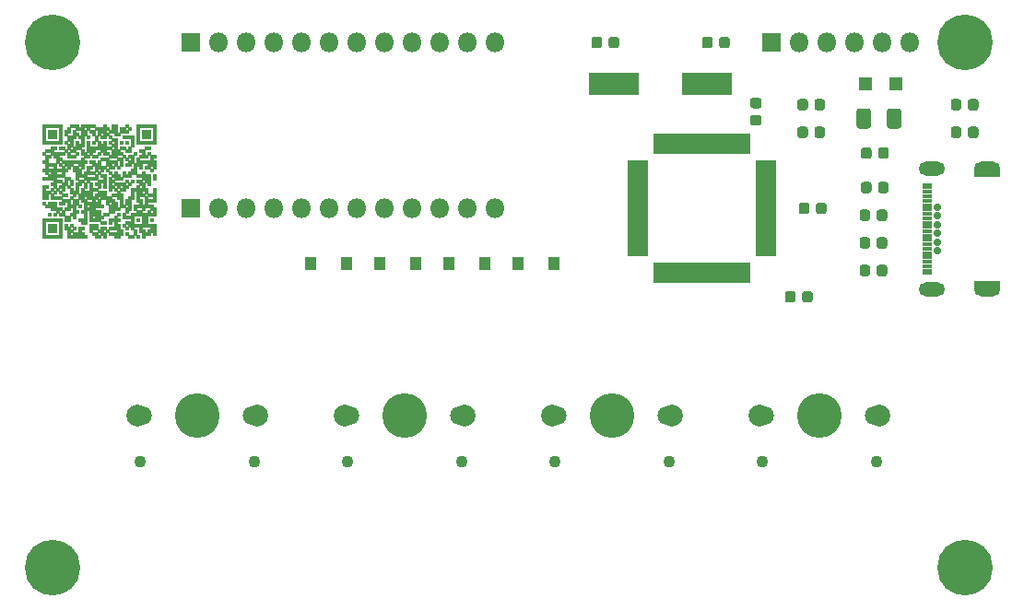
<source format=gbr>
G04 #@! TF.GenerationSoftware,KiCad,Pcbnew,(5.1.6-0-10_14)*
G04 #@! TF.CreationDate,2020-07-26T20:14:21+09:00*
G04 #@! TF.ProjectId,name_card_keyboard,6e616d65-5f63-4617-9264-5f6b6579626f,rev?*
G04 #@! TF.SameCoordinates,Original*
G04 #@! TF.FileFunction,Soldermask,Top*
G04 #@! TF.FilePolarity,Negative*
%FSLAX46Y46*%
G04 Gerber Fmt 4.6, Leading zero omitted, Abs format (unit mm)*
G04 Created by KiCad (PCBNEW (5.1.6-0-10_14)) date 2020-07-26 20:14:21*
%MOMM*%
%LPD*%
G01*
G04 APERTURE LIST*
%ADD10C,0.010000*%
%ADD11R,0.360000X0.750000*%
%ADD12R,2.400000X0.350000*%
%ADD13O,2.400000X1.300000*%
%ADD14R,0.950000X0.560000*%
%ADD15R,0.950000X0.330000*%
%ADD16C,0.700000*%
%ADD17C,1.100000*%
%ADD18C,1.800000*%
%ADD19C,2.000000*%
%ADD20C,4.100000*%
%ADD21O,1.800000X1.800000*%
%ADD22R,1.800000X1.800000*%
%ADD23C,5.100000*%
%ADD24R,0.900000X1.900000*%
%ADD25R,1.900000X0.900000*%
%ADD26R,1.200000X1.200000*%
%ADD27R,1.000000X1.300000*%
%ADD28R,4.600000X2.100000*%
G04 APERTURE END LIST*
D10*
G04 #@! TO.C,G\u002A\u002A\u002A*
G36*
X112014000Y-91313000D02*
G01*
X111252000Y-91313000D01*
X111252000Y-90551000D01*
X112014000Y-90551000D01*
X112014000Y-91313000D01*
G37*
X112014000Y-91313000D02*
X111252000Y-91313000D01*
X111252000Y-90551000D01*
X112014000Y-90551000D01*
X112014000Y-91313000D01*
G36*
X103378000Y-91313000D02*
G01*
X102616000Y-91313000D01*
X102616000Y-90551000D01*
X103378000Y-90551000D01*
X103378000Y-91313000D01*
G37*
X103378000Y-91313000D02*
X102616000Y-91313000D01*
X102616000Y-90551000D01*
X103378000Y-90551000D01*
X103378000Y-91313000D01*
G36*
X106426000Y-91313000D02*
G01*
X106172000Y-91313000D01*
X106172000Y-91059000D01*
X106426000Y-91059000D01*
X106426000Y-91313000D01*
G37*
X106426000Y-91313000D02*
X106172000Y-91313000D01*
X106172000Y-91059000D01*
X106426000Y-91059000D01*
X106426000Y-91313000D01*
G36*
X108458000Y-91821000D02*
G01*
X108204000Y-91821000D01*
X108204000Y-91567000D01*
X108458000Y-91567000D01*
X108458000Y-91821000D01*
G37*
X108458000Y-91821000D02*
X108204000Y-91821000D01*
X108204000Y-91567000D01*
X108458000Y-91567000D01*
X108458000Y-91821000D01*
G36*
X105156000Y-93091000D02*
G01*
X104394000Y-93091000D01*
X104394000Y-92583000D01*
X104648000Y-92583000D01*
X104648000Y-92837000D01*
X105156000Y-92837000D01*
X105156000Y-93091000D01*
G37*
X105156000Y-93091000D02*
X104394000Y-93091000D01*
X104394000Y-92583000D01*
X104648000Y-92583000D01*
X104648000Y-92837000D01*
X105156000Y-92837000D01*
X105156000Y-93091000D01*
G36*
X105156000Y-92583000D02*
G01*
X105410000Y-92583000D01*
X105410000Y-92837000D01*
X105156000Y-92837000D01*
X105156000Y-92583000D01*
G37*
X105156000Y-92583000D02*
X105410000Y-92583000D01*
X105410000Y-92837000D01*
X105156000Y-92837000D01*
X105156000Y-92583000D01*
G36*
X110236000Y-95631000D02*
G01*
X109982000Y-95631000D01*
X109982000Y-95885000D01*
X109728000Y-95885000D01*
X109728000Y-96139000D01*
X109220000Y-96139000D01*
X109220000Y-95885000D01*
X108966000Y-95885000D01*
X108966000Y-96139000D01*
X108712000Y-96139000D01*
X108712000Y-95885000D01*
X108966000Y-95885000D01*
X108966000Y-95631000D01*
X109220000Y-95631000D01*
X109220000Y-95885000D01*
X109474000Y-95885000D01*
X109474000Y-95631000D01*
X109220000Y-95631000D01*
X108966000Y-95631000D01*
X108712000Y-95631000D01*
X108712000Y-95885000D01*
X108458000Y-95885000D01*
X108458000Y-96139000D01*
X108204000Y-96139000D01*
X108204000Y-95377000D01*
X108458000Y-95377000D01*
X108458000Y-95631000D01*
X108712000Y-95631000D01*
X108712000Y-95377000D01*
X108458000Y-95377000D01*
X108204000Y-95377000D01*
X108204000Y-94869000D01*
X108458000Y-94869000D01*
X108458000Y-95123000D01*
X108712000Y-95123000D01*
X108712000Y-94869000D01*
X108458000Y-94869000D01*
X108458000Y-94615000D01*
X108712000Y-94615000D01*
X108712000Y-94361000D01*
X108966000Y-94361000D01*
X108966000Y-94615000D01*
X109220000Y-94615000D01*
X109220000Y-94869000D01*
X109474000Y-94869000D01*
X109474000Y-95123000D01*
X108712000Y-95123000D01*
X108712000Y-95377000D01*
X109728000Y-95377000D01*
X109728000Y-95631000D01*
X109982000Y-95631000D01*
X109982000Y-95377000D01*
X109728000Y-95377000D01*
X109728000Y-95123000D01*
X109982000Y-95123000D01*
X109982000Y-95377000D01*
X110236000Y-95377000D01*
X110236000Y-95631000D01*
G37*
X110236000Y-95631000D02*
X109982000Y-95631000D01*
X109982000Y-95885000D01*
X109728000Y-95885000D01*
X109728000Y-96139000D01*
X109220000Y-96139000D01*
X109220000Y-95885000D01*
X108966000Y-95885000D01*
X108966000Y-96139000D01*
X108712000Y-96139000D01*
X108712000Y-95885000D01*
X108966000Y-95885000D01*
X108966000Y-95631000D01*
X109220000Y-95631000D01*
X109220000Y-95885000D01*
X109474000Y-95885000D01*
X109474000Y-95631000D01*
X109220000Y-95631000D01*
X108966000Y-95631000D01*
X108712000Y-95631000D01*
X108712000Y-95885000D01*
X108458000Y-95885000D01*
X108458000Y-96139000D01*
X108204000Y-96139000D01*
X108204000Y-95377000D01*
X108458000Y-95377000D01*
X108458000Y-95631000D01*
X108712000Y-95631000D01*
X108712000Y-95377000D01*
X108458000Y-95377000D01*
X108204000Y-95377000D01*
X108204000Y-94869000D01*
X108458000Y-94869000D01*
X108458000Y-95123000D01*
X108712000Y-95123000D01*
X108712000Y-94869000D01*
X108458000Y-94869000D01*
X108458000Y-94615000D01*
X108712000Y-94615000D01*
X108712000Y-94361000D01*
X108966000Y-94361000D01*
X108966000Y-94615000D01*
X109220000Y-94615000D01*
X109220000Y-94869000D01*
X109474000Y-94869000D01*
X109474000Y-95123000D01*
X108712000Y-95123000D01*
X108712000Y-95377000D01*
X109728000Y-95377000D01*
X109728000Y-95631000D01*
X109982000Y-95631000D01*
X109982000Y-95377000D01*
X109728000Y-95377000D01*
X109728000Y-95123000D01*
X109982000Y-95123000D01*
X109982000Y-95377000D01*
X110236000Y-95377000D01*
X110236000Y-95631000D01*
G36*
X108204000Y-94615000D02*
G01*
X108204000Y-94361000D01*
X108458000Y-94361000D01*
X108458000Y-94615000D01*
X108204000Y-94615000D01*
G37*
X108204000Y-94615000D02*
X108204000Y-94361000D01*
X108458000Y-94361000D01*
X108458000Y-94615000D01*
X108204000Y-94615000D01*
G36*
X107950000Y-94361000D02*
G01*
X107950000Y-94107000D01*
X108204000Y-94107000D01*
X108204000Y-93853000D01*
X107950000Y-93853000D01*
X107950000Y-94107000D01*
X107696000Y-94107000D01*
X107696000Y-94361000D01*
X107442000Y-94361000D01*
X107442000Y-94615000D01*
X107188000Y-94615000D01*
X107188000Y-95123000D01*
X106426000Y-95123000D01*
X106426000Y-95377000D01*
X106172000Y-95377000D01*
X106172000Y-95885000D01*
X105918000Y-95885000D01*
X105918000Y-95377000D01*
X106172000Y-95377000D01*
X106172000Y-95123000D01*
X105918000Y-95123000D01*
X105918000Y-95377000D01*
X105664000Y-95377000D01*
X105664000Y-95631000D01*
X105410000Y-95631000D01*
X105410000Y-96393000D01*
X105156000Y-96393000D01*
X105156000Y-96647000D01*
X104902000Y-96647000D01*
X104902000Y-96393000D01*
X104648000Y-96393000D01*
X104648000Y-95885000D01*
X104902000Y-95885000D01*
X104902000Y-96139000D01*
X105156000Y-96139000D01*
X105156000Y-95377000D01*
X105410000Y-95377000D01*
X105410000Y-95123000D01*
X105156000Y-95123000D01*
X105156000Y-94869000D01*
X105410000Y-94869000D01*
X105410000Y-95123000D01*
X105918000Y-95123000D01*
X105918000Y-94869000D01*
X105410000Y-94869000D01*
X105156000Y-94869000D01*
X105156000Y-94361000D01*
X104902000Y-94361000D01*
X104902000Y-93853000D01*
X104648000Y-93853000D01*
X104648000Y-94107000D01*
X104394000Y-94107000D01*
X104394000Y-93853000D01*
X104140000Y-93853000D01*
X104140000Y-93599000D01*
X104902000Y-93599000D01*
X104902000Y-93853000D01*
X105410000Y-93853000D01*
X105410000Y-94107000D01*
X105664000Y-94107000D01*
X105664000Y-93853000D01*
X105410000Y-93853000D01*
X105410000Y-93599000D01*
X104902000Y-93599000D01*
X104140000Y-93599000D01*
X103886000Y-93599000D01*
X103886000Y-93345000D01*
X105664000Y-93345000D01*
X105664000Y-93091000D01*
X105918000Y-93091000D01*
X105918000Y-93345000D01*
X106172000Y-93345000D01*
X106172000Y-93599000D01*
X105918000Y-93599000D01*
X105918000Y-94107000D01*
X105664000Y-94107000D01*
X105664000Y-94615000D01*
X105918000Y-94615000D01*
X106172000Y-94615000D01*
X106172000Y-94869000D01*
X106934000Y-94869000D01*
X106934000Y-94615000D01*
X106172000Y-94615000D01*
X105918000Y-94615000D01*
X105918000Y-94361000D01*
X106172000Y-94361000D01*
X106172000Y-94107000D01*
X106426000Y-94107000D01*
X106426000Y-94361000D01*
X106934000Y-94361000D01*
X106934000Y-94615000D01*
X107188000Y-94615000D01*
X107188000Y-94361000D01*
X106934000Y-94361000D01*
X106934000Y-94107000D01*
X107188000Y-94107000D01*
X107188000Y-94361000D01*
X107442000Y-94361000D01*
X107442000Y-94107000D01*
X107188000Y-94107000D01*
X106934000Y-94107000D01*
X106934000Y-93853000D01*
X106680000Y-93853000D01*
X106680000Y-94107000D01*
X106426000Y-94107000D01*
X106172000Y-94107000D01*
X106172000Y-93853000D01*
X106680000Y-93853000D01*
X106680000Y-93599000D01*
X106426000Y-93599000D01*
X106426000Y-93345000D01*
X106934000Y-93345000D01*
X106934000Y-93599000D01*
X107188000Y-93599000D01*
X107188000Y-93345000D01*
X107442000Y-93345000D01*
X107442000Y-93853000D01*
X107950000Y-93853000D01*
X107950000Y-93599000D01*
X108458000Y-93599000D01*
X108458000Y-93853000D01*
X108712000Y-93853000D01*
X108712000Y-93599000D01*
X108458000Y-93599000D01*
X107950000Y-93599000D01*
X107950000Y-93345000D01*
X107442000Y-93345000D01*
X107442000Y-93091000D01*
X108204000Y-93091000D01*
X108204000Y-93345000D01*
X108966000Y-93345000D01*
X108966000Y-93853000D01*
X109220000Y-93853000D01*
X109220000Y-93345000D01*
X108966000Y-93345000D01*
X108966000Y-93091000D01*
X109474000Y-93091000D01*
X109474000Y-93853000D01*
X109220000Y-93853000D01*
X109220000Y-94107000D01*
X108966000Y-94107000D01*
X108966000Y-93853000D01*
X108712000Y-93853000D01*
X108712000Y-94107000D01*
X108204000Y-94107000D01*
X108204000Y-94361000D01*
X107950000Y-94361000D01*
G37*
X107950000Y-94361000D02*
X107950000Y-94107000D01*
X108204000Y-94107000D01*
X108204000Y-93853000D01*
X107950000Y-93853000D01*
X107950000Y-94107000D01*
X107696000Y-94107000D01*
X107696000Y-94361000D01*
X107442000Y-94361000D01*
X107442000Y-94615000D01*
X107188000Y-94615000D01*
X107188000Y-95123000D01*
X106426000Y-95123000D01*
X106426000Y-95377000D01*
X106172000Y-95377000D01*
X106172000Y-95885000D01*
X105918000Y-95885000D01*
X105918000Y-95377000D01*
X106172000Y-95377000D01*
X106172000Y-95123000D01*
X105918000Y-95123000D01*
X105918000Y-95377000D01*
X105664000Y-95377000D01*
X105664000Y-95631000D01*
X105410000Y-95631000D01*
X105410000Y-96393000D01*
X105156000Y-96393000D01*
X105156000Y-96647000D01*
X104902000Y-96647000D01*
X104902000Y-96393000D01*
X104648000Y-96393000D01*
X104648000Y-95885000D01*
X104902000Y-95885000D01*
X104902000Y-96139000D01*
X105156000Y-96139000D01*
X105156000Y-95377000D01*
X105410000Y-95377000D01*
X105410000Y-95123000D01*
X105156000Y-95123000D01*
X105156000Y-94869000D01*
X105410000Y-94869000D01*
X105410000Y-95123000D01*
X105918000Y-95123000D01*
X105918000Y-94869000D01*
X105410000Y-94869000D01*
X105156000Y-94869000D01*
X105156000Y-94361000D01*
X104902000Y-94361000D01*
X104902000Y-93853000D01*
X104648000Y-93853000D01*
X104648000Y-94107000D01*
X104394000Y-94107000D01*
X104394000Y-93853000D01*
X104140000Y-93853000D01*
X104140000Y-93599000D01*
X104902000Y-93599000D01*
X104902000Y-93853000D01*
X105410000Y-93853000D01*
X105410000Y-94107000D01*
X105664000Y-94107000D01*
X105664000Y-93853000D01*
X105410000Y-93853000D01*
X105410000Y-93599000D01*
X104902000Y-93599000D01*
X104140000Y-93599000D01*
X103886000Y-93599000D01*
X103886000Y-93345000D01*
X105664000Y-93345000D01*
X105664000Y-93091000D01*
X105918000Y-93091000D01*
X105918000Y-93345000D01*
X106172000Y-93345000D01*
X106172000Y-93599000D01*
X105918000Y-93599000D01*
X105918000Y-94107000D01*
X105664000Y-94107000D01*
X105664000Y-94615000D01*
X105918000Y-94615000D01*
X106172000Y-94615000D01*
X106172000Y-94869000D01*
X106934000Y-94869000D01*
X106934000Y-94615000D01*
X106172000Y-94615000D01*
X105918000Y-94615000D01*
X105918000Y-94361000D01*
X106172000Y-94361000D01*
X106172000Y-94107000D01*
X106426000Y-94107000D01*
X106426000Y-94361000D01*
X106934000Y-94361000D01*
X106934000Y-94615000D01*
X107188000Y-94615000D01*
X107188000Y-94361000D01*
X106934000Y-94361000D01*
X106934000Y-94107000D01*
X107188000Y-94107000D01*
X107188000Y-94361000D01*
X107442000Y-94361000D01*
X107442000Y-94107000D01*
X107188000Y-94107000D01*
X106934000Y-94107000D01*
X106934000Y-93853000D01*
X106680000Y-93853000D01*
X106680000Y-94107000D01*
X106426000Y-94107000D01*
X106172000Y-94107000D01*
X106172000Y-93853000D01*
X106680000Y-93853000D01*
X106680000Y-93599000D01*
X106426000Y-93599000D01*
X106426000Y-93345000D01*
X106934000Y-93345000D01*
X106934000Y-93599000D01*
X107188000Y-93599000D01*
X107188000Y-93345000D01*
X107442000Y-93345000D01*
X107442000Y-93853000D01*
X107950000Y-93853000D01*
X107950000Y-93599000D01*
X108458000Y-93599000D01*
X108458000Y-93853000D01*
X108712000Y-93853000D01*
X108712000Y-93599000D01*
X108458000Y-93599000D01*
X107950000Y-93599000D01*
X107950000Y-93345000D01*
X107442000Y-93345000D01*
X107442000Y-93091000D01*
X108204000Y-93091000D01*
X108204000Y-93345000D01*
X108966000Y-93345000D01*
X108966000Y-93853000D01*
X109220000Y-93853000D01*
X109220000Y-93345000D01*
X108966000Y-93345000D01*
X108966000Y-93091000D01*
X109474000Y-93091000D01*
X109474000Y-93853000D01*
X109220000Y-93853000D01*
X109220000Y-94107000D01*
X108966000Y-94107000D01*
X108966000Y-93853000D01*
X108712000Y-93853000D01*
X108712000Y-94107000D01*
X108204000Y-94107000D01*
X108204000Y-94361000D01*
X107950000Y-94361000D01*
G36*
X103632000Y-96393000D02*
G01*
X103632000Y-96139000D01*
X103378000Y-96139000D01*
X103378000Y-95885000D01*
X103632000Y-95885000D01*
X103632000Y-96139000D01*
X103886000Y-96139000D01*
X103886000Y-95885000D01*
X103632000Y-95885000D01*
X103632000Y-95631000D01*
X103886000Y-95631000D01*
X103886000Y-95377000D01*
X104140000Y-95377000D01*
X104140000Y-94869000D01*
X104648000Y-94869000D01*
X104648000Y-95123000D01*
X104394000Y-95123000D01*
X104394000Y-95631000D01*
X104140000Y-95631000D01*
X104140000Y-96139000D01*
X103886000Y-96139000D01*
X103886000Y-96393000D01*
X103632000Y-96393000D01*
G37*
X103632000Y-96393000D02*
X103632000Y-96139000D01*
X103378000Y-96139000D01*
X103378000Y-95885000D01*
X103632000Y-95885000D01*
X103632000Y-96139000D01*
X103886000Y-96139000D01*
X103886000Y-95885000D01*
X103632000Y-95885000D01*
X103632000Y-95631000D01*
X103886000Y-95631000D01*
X103886000Y-95377000D01*
X104140000Y-95377000D01*
X104140000Y-94869000D01*
X104648000Y-94869000D01*
X104648000Y-95123000D01*
X104394000Y-95123000D01*
X104394000Y-95631000D01*
X104140000Y-95631000D01*
X104140000Y-96139000D01*
X103886000Y-96139000D01*
X103886000Y-96393000D01*
X103632000Y-96393000D01*
G36*
X110236000Y-95123000D02*
G01*
X110490000Y-95123000D01*
X110490000Y-95377000D01*
X110236000Y-95377000D01*
X110236000Y-95123000D01*
G37*
X110236000Y-95123000D02*
X110490000Y-95123000D01*
X110490000Y-95377000D01*
X110236000Y-95377000D01*
X110236000Y-95123000D01*
G36*
X104394000Y-96393000D02*
G01*
X104394000Y-96647000D01*
X103886000Y-96647000D01*
X103886000Y-96393000D01*
X104394000Y-96393000D01*
G37*
X104394000Y-96393000D02*
X104394000Y-96647000D01*
X103886000Y-96647000D01*
X103886000Y-96393000D01*
X104394000Y-96393000D01*
G36*
X104648000Y-95631000D02*
G01*
X104648000Y-95885000D01*
X104394000Y-95885000D01*
X104394000Y-95631000D01*
X104648000Y-95631000D01*
G37*
X104648000Y-95631000D02*
X104648000Y-95885000D01*
X104394000Y-95885000D01*
X104394000Y-95631000D01*
X104648000Y-95631000D01*
G36*
X107696000Y-95123000D02*
G01*
X107696000Y-94869000D01*
X107442000Y-94869000D01*
X107442000Y-94615000D01*
X107950000Y-94615000D01*
X107950000Y-95885000D01*
X107696000Y-95885000D01*
X107696000Y-95377000D01*
X107442000Y-95377000D01*
X107442000Y-95885000D01*
X107188000Y-95885000D01*
X107188000Y-95631000D01*
X106934000Y-95631000D01*
X106934000Y-95377000D01*
X107188000Y-95377000D01*
X107188000Y-95123000D01*
X107696000Y-95123000D01*
G37*
X107696000Y-95123000D02*
X107696000Y-94869000D01*
X107442000Y-94869000D01*
X107442000Y-94615000D01*
X107950000Y-94615000D01*
X107950000Y-95885000D01*
X107696000Y-95885000D01*
X107696000Y-95377000D01*
X107442000Y-95377000D01*
X107442000Y-95885000D01*
X107188000Y-95885000D01*
X107188000Y-95631000D01*
X106934000Y-95631000D01*
X106934000Y-95377000D01*
X107188000Y-95377000D01*
X107188000Y-95123000D01*
X107696000Y-95123000D01*
G36*
X103378000Y-96393000D02*
G01*
X103124000Y-96393000D01*
X103124000Y-96139000D01*
X103378000Y-96139000D01*
X103378000Y-96393000D01*
G37*
X103378000Y-96393000D02*
X103124000Y-96393000D01*
X103124000Y-96139000D01*
X103378000Y-96139000D01*
X103378000Y-96393000D01*
G36*
X104902000Y-96901000D02*
G01*
X104648000Y-96901000D01*
X104648000Y-96647000D01*
X104902000Y-96647000D01*
X104902000Y-96901000D01*
G37*
X104902000Y-96901000D02*
X104648000Y-96901000D01*
X104648000Y-96647000D01*
X104902000Y-96647000D01*
X104902000Y-96901000D01*
G36*
X104648000Y-95123000D02*
G01*
X104902000Y-95123000D01*
X104902000Y-95631000D01*
X104648000Y-95631000D01*
X104648000Y-95123000D01*
G37*
X104648000Y-95123000D02*
X104902000Y-95123000D01*
X104902000Y-95631000D01*
X104648000Y-95631000D01*
X104648000Y-95123000D01*
G36*
X106934000Y-91059000D02*
G01*
X107188000Y-91059000D01*
X107188000Y-91567000D01*
X106934000Y-91567000D01*
X106934000Y-91059000D01*
G37*
X106934000Y-91059000D02*
X107188000Y-91059000D01*
X107188000Y-91567000D01*
X106934000Y-91567000D01*
X106934000Y-91059000D01*
G36*
X106680000Y-91059000D02*
G01*
X106680000Y-90805000D01*
X106426000Y-90805000D01*
X106426000Y-90551000D01*
X106934000Y-90551000D01*
X106934000Y-91059000D01*
X106680000Y-91059000D01*
G37*
X106680000Y-91059000D02*
X106680000Y-90805000D01*
X106426000Y-90805000D01*
X106426000Y-90551000D01*
X106934000Y-90551000D01*
X106934000Y-91059000D01*
X106680000Y-91059000D01*
G36*
X105918000Y-92837000D02*
G01*
X105664000Y-92837000D01*
X105664000Y-92329000D01*
X105918000Y-92329000D01*
X105918000Y-92583000D01*
X106172000Y-92583000D01*
X106172000Y-92837000D01*
X106426000Y-92837000D01*
X106426000Y-92583000D01*
X106680000Y-92583000D01*
X106680000Y-92837000D01*
X107188000Y-92837000D01*
X107188000Y-92583000D01*
X107442000Y-92583000D01*
X107442000Y-92329000D01*
X106934000Y-92329000D01*
X106934000Y-92583000D01*
X106680000Y-92583000D01*
X106426000Y-92583000D01*
X106172000Y-92583000D01*
X106172000Y-91567000D01*
X106426000Y-91567000D01*
X106426000Y-92075000D01*
X107188000Y-92075000D01*
X107188000Y-91567000D01*
X107442000Y-91567000D01*
X107442000Y-91821000D01*
X107696000Y-91821000D01*
X107696000Y-91567000D01*
X107950000Y-91567000D01*
X107950000Y-92075000D01*
X108458000Y-92075000D01*
X108458000Y-92329000D01*
X107950000Y-92329000D01*
X107950000Y-92583000D01*
X108204000Y-92583000D01*
X108204000Y-92837000D01*
X107696000Y-92837000D01*
X107696000Y-92583000D01*
X107442000Y-92583000D01*
X107442000Y-92837000D01*
X107188000Y-92837000D01*
X107188000Y-93091000D01*
X106680000Y-93091000D01*
X106680000Y-92837000D01*
X106426000Y-92837000D01*
X106426000Y-93091000D01*
X105918000Y-93091000D01*
X105918000Y-92837000D01*
G37*
X105918000Y-92837000D02*
X105664000Y-92837000D01*
X105664000Y-92329000D01*
X105918000Y-92329000D01*
X105918000Y-92583000D01*
X106172000Y-92583000D01*
X106172000Y-92837000D01*
X106426000Y-92837000D01*
X106426000Y-92583000D01*
X106680000Y-92583000D01*
X106680000Y-92837000D01*
X107188000Y-92837000D01*
X107188000Y-92583000D01*
X107442000Y-92583000D01*
X107442000Y-92329000D01*
X106934000Y-92329000D01*
X106934000Y-92583000D01*
X106680000Y-92583000D01*
X106426000Y-92583000D01*
X106172000Y-92583000D01*
X106172000Y-91567000D01*
X106426000Y-91567000D01*
X106426000Y-92075000D01*
X107188000Y-92075000D01*
X107188000Y-91567000D01*
X107442000Y-91567000D01*
X107442000Y-91821000D01*
X107696000Y-91821000D01*
X107696000Y-91567000D01*
X107950000Y-91567000D01*
X107950000Y-92075000D01*
X108458000Y-92075000D01*
X108458000Y-92329000D01*
X107950000Y-92329000D01*
X107950000Y-92583000D01*
X108204000Y-92583000D01*
X108204000Y-92837000D01*
X107696000Y-92837000D01*
X107696000Y-92583000D01*
X107442000Y-92583000D01*
X107442000Y-92837000D01*
X107188000Y-92837000D01*
X107188000Y-93091000D01*
X106680000Y-93091000D01*
X106680000Y-92837000D01*
X106426000Y-92837000D01*
X106426000Y-93091000D01*
X105918000Y-93091000D01*
X105918000Y-92837000D01*
G36*
X106934000Y-91821000D02*
G01*
X106680000Y-91821000D01*
X106680000Y-91567000D01*
X106934000Y-91567000D01*
X106934000Y-91821000D01*
G37*
X106934000Y-91821000D02*
X106680000Y-91821000D01*
X106680000Y-91567000D01*
X106934000Y-91567000D01*
X106934000Y-91821000D01*
G36*
X103886000Y-93853000D02*
G01*
X103632000Y-93853000D01*
X103632000Y-93599000D01*
X103886000Y-93599000D01*
X103886000Y-93853000D01*
G37*
X103886000Y-93853000D02*
X103632000Y-93853000D01*
X103632000Y-93599000D01*
X103886000Y-93599000D01*
X103886000Y-93853000D01*
G36*
X110998000Y-98933000D02*
G01*
X110744000Y-98933000D01*
X110744000Y-98679000D01*
X110998000Y-98679000D01*
X110998000Y-98933000D01*
G37*
X110998000Y-98933000D02*
X110744000Y-98933000D01*
X110744000Y-98679000D01*
X110998000Y-98679000D01*
X110998000Y-98933000D01*
G36*
X103378000Y-99949000D02*
G01*
X102616000Y-99949000D01*
X102616000Y-99187000D01*
X103378000Y-99187000D01*
X103378000Y-99949000D01*
G37*
X103378000Y-99949000D02*
X102616000Y-99949000D01*
X102616000Y-99187000D01*
X103378000Y-99187000D01*
X103378000Y-99949000D01*
G36*
X112522000Y-91821000D02*
G01*
X110744000Y-91821000D01*
X110744000Y-90297000D01*
X110998000Y-90297000D01*
X110998000Y-91567000D01*
X112268000Y-91567000D01*
X112268000Y-90297000D01*
X110998000Y-90297000D01*
X110744000Y-90297000D01*
X110744000Y-90043000D01*
X112522000Y-90043000D01*
X112522000Y-91821000D01*
G37*
X112522000Y-91821000D02*
X110744000Y-91821000D01*
X110744000Y-90297000D01*
X110998000Y-90297000D01*
X110998000Y-91567000D01*
X112268000Y-91567000D01*
X112268000Y-90297000D01*
X110998000Y-90297000D01*
X110744000Y-90297000D01*
X110744000Y-90043000D01*
X112522000Y-90043000D01*
X112522000Y-91821000D01*
G36*
X109982000Y-91821000D02*
G01*
X109728000Y-91821000D01*
X109728000Y-91567000D01*
X109982000Y-91567000D01*
X109982000Y-91821000D01*
G37*
X109982000Y-91821000D02*
X109728000Y-91821000D01*
X109728000Y-91567000D01*
X109982000Y-91567000D01*
X109982000Y-91821000D01*
G36*
X109474000Y-91821000D02*
G01*
X109220000Y-91821000D01*
X109220000Y-91567000D01*
X109474000Y-91567000D01*
X109474000Y-91821000D01*
G37*
X109474000Y-91821000D02*
X109220000Y-91821000D01*
X109220000Y-91567000D01*
X109474000Y-91567000D01*
X109474000Y-91821000D01*
G36*
X103886000Y-91821000D02*
G01*
X102108000Y-91821000D01*
X102108000Y-90297000D01*
X102362000Y-90297000D01*
X102362000Y-91567000D01*
X103632000Y-91567000D01*
X103632000Y-90297000D01*
X102362000Y-90297000D01*
X102108000Y-90297000D01*
X102108000Y-90043000D01*
X103886000Y-90043000D01*
X103886000Y-91821000D01*
G37*
X103886000Y-91821000D02*
X102108000Y-91821000D01*
X102108000Y-90297000D01*
X102362000Y-90297000D01*
X102362000Y-91567000D01*
X103632000Y-91567000D01*
X103632000Y-90297000D01*
X102362000Y-90297000D01*
X102108000Y-90297000D01*
X102108000Y-90043000D01*
X103886000Y-90043000D01*
X103886000Y-91821000D01*
G36*
X112522000Y-95123000D02*
G01*
X112268000Y-95123000D01*
X112268000Y-94615000D01*
X112522000Y-94615000D01*
X112522000Y-95123000D01*
G37*
X112522000Y-95123000D02*
X112268000Y-95123000D01*
X112268000Y-94615000D01*
X112522000Y-94615000D01*
X112522000Y-95123000D01*
G36*
X102870000Y-98425000D02*
G01*
X102616000Y-98425000D01*
X102616000Y-98171000D01*
X102870000Y-98171000D01*
X102870000Y-98425000D01*
G37*
X102870000Y-98425000D02*
X102616000Y-98425000D01*
X102616000Y-98171000D01*
X102870000Y-98171000D01*
X102870000Y-98425000D01*
G36*
X112268000Y-98933000D02*
G01*
X112014000Y-98933000D01*
X112014000Y-98679000D01*
X112268000Y-98679000D01*
X112268000Y-98933000D01*
G37*
X112268000Y-98933000D02*
X112014000Y-98933000D01*
X112014000Y-98679000D01*
X112268000Y-98679000D01*
X112268000Y-98933000D01*
G36*
X103378000Y-97917000D02*
G01*
X103632000Y-97917000D01*
X103632000Y-98171000D01*
X103886000Y-98171000D01*
X103886000Y-97917000D01*
X103632000Y-97917000D01*
X103378000Y-97917000D01*
X102870000Y-97917000D01*
X102870000Y-97663000D01*
X102362000Y-97663000D01*
X102362000Y-97409000D01*
X102616000Y-97409000D01*
X102616000Y-97155000D01*
X103378000Y-97155000D01*
X103378000Y-97663000D01*
X103886000Y-97663000D01*
X103886000Y-97917000D01*
X104140000Y-97917000D01*
X104140000Y-98425000D01*
X104648000Y-98425000D01*
X104648000Y-98171000D01*
X104902000Y-98171000D01*
X104902000Y-97663000D01*
X104648000Y-97663000D01*
X104648000Y-97917000D01*
X104140000Y-97917000D01*
X104140000Y-97663000D01*
X104394000Y-97663000D01*
X104394000Y-97155000D01*
X104140000Y-97155000D01*
X104140000Y-97409000D01*
X103632000Y-97409000D01*
X103632000Y-97155000D01*
X103886000Y-97155000D01*
X103886000Y-96901000D01*
X104648000Y-96901000D01*
X104648000Y-97409000D01*
X104902000Y-97409000D01*
X104902000Y-96901000D01*
X105410000Y-96901000D01*
X105410000Y-97409000D01*
X105156000Y-97409000D01*
X105156000Y-97917000D01*
X105410000Y-97917000D01*
X105410000Y-98171000D01*
X105156000Y-98171000D01*
X105156000Y-98679000D01*
X104902000Y-98679000D01*
X104902000Y-98425000D01*
X104648000Y-98425000D01*
X104648000Y-98933000D01*
X104140000Y-98933000D01*
X104140000Y-98425000D01*
X103632000Y-98425000D01*
X103632000Y-98171000D01*
X103378000Y-98171000D01*
X103378000Y-97917000D01*
G37*
X103378000Y-97917000D02*
X103632000Y-97917000D01*
X103632000Y-98171000D01*
X103886000Y-98171000D01*
X103886000Y-97917000D01*
X103632000Y-97917000D01*
X103378000Y-97917000D01*
X102870000Y-97917000D01*
X102870000Y-97663000D01*
X102362000Y-97663000D01*
X102362000Y-97409000D01*
X102616000Y-97409000D01*
X102616000Y-97155000D01*
X103378000Y-97155000D01*
X103378000Y-97663000D01*
X103886000Y-97663000D01*
X103886000Y-97917000D01*
X104140000Y-97917000D01*
X104140000Y-98425000D01*
X104648000Y-98425000D01*
X104648000Y-98171000D01*
X104902000Y-98171000D01*
X104902000Y-97663000D01*
X104648000Y-97663000D01*
X104648000Y-97917000D01*
X104140000Y-97917000D01*
X104140000Y-97663000D01*
X104394000Y-97663000D01*
X104394000Y-97155000D01*
X104140000Y-97155000D01*
X104140000Y-97409000D01*
X103632000Y-97409000D01*
X103632000Y-97155000D01*
X103886000Y-97155000D01*
X103886000Y-96901000D01*
X104648000Y-96901000D01*
X104648000Y-97409000D01*
X104902000Y-97409000D01*
X104902000Y-96901000D01*
X105410000Y-96901000D01*
X105410000Y-97409000D01*
X105156000Y-97409000D01*
X105156000Y-97917000D01*
X105410000Y-97917000D01*
X105410000Y-98171000D01*
X105156000Y-98171000D01*
X105156000Y-98679000D01*
X104902000Y-98679000D01*
X104902000Y-98425000D01*
X104648000Y-98425000D01*
X104648000Y-98933000D01*
X104140000Y-98933000D01*
X104140000Y-98425000D01*
X103632000Y-98425000D01*
X103632000Y-98171000D01*
X103378000Y-98171000D01*
X103378000Y-97917000D01*
G36*
X110490000Y-100203000D02*
G01*
X110490000Y-100457000D01*
X109982000Y-100457000D01*
X109982000Y-100203000D01*
X110490000Y-100203000D01*
G37*
X110490000Y-100203000D02*
X110490000Y-100457000D01*
X109982000Y-100457000D01*
X109982000Y-100203000D01*
X110490000Y-100203000D01*
G36*
X110490000Y-99695000D02*
G01*
X110744000Y-99695000D01*
X110744000Y-100203000D01*
X110490000Y-100203000D01*
X110490000Y-99695000D01*
G37*
X110490000Y-99695000D02*
X110744000Y-99695000D01*
X110744000Y-100203000D01*
X110490000Y-100203000D01*
X110490000Y-99695000D01*
G36*
X110236000Y-99695000D02*
G01*
X110236000Y-99441000D01*
X109982000Y-99441000D01*
X109982000Y-99695000D01*
X109728000Y-99695000D01*
X109728000Y-99441000D01*
X109474000Y-99441000D01*
X109474000Y-99187000D01*
X109728000Y-99187000D01*
X109728000Y-99441000D01*
X109982000Y-99441000D01*
X109982000Y-99187000D01*
X109728000Y-99187000D01*
X109728000Y-98933000D01*
X110236000Y-98933000D01*
X110236000Y-98679000D01*
X109474000Y-98679000D01*
X109474000Y-98171000D01*
X109728000Y-98171000D01*
X109728000Y-98425000D01*
X110236000Y-98425000D01*
X110490000Y-98425000D01*
X110490000Y-99187000D01*
X111252000Y-99187000D01*
X111252000Y-98425000D01*
X110490000Y-98425000D01*
X110236000Y-98425000D01*
X110236000Y-98171000D01*
X110744000Y-98171000D01*
X111252000Y-98171000D01*
X111760000Y-98171000D01*
X111760000Y-97917000D01*
X112014000Y-97917000D01*
X112014000Y-98171000D01*
X112268000Y-98171000D01*
X112268000Y-97917000D01*
X112014000Y-97917000D01*
X112014000Y-97663000D01*
X111506000Y-97663000D01*
X111506000Y-97917000D01*
X111252000Y-97917000D01*
X111252000Y-98171000D01*
X110744000Y-98171000D01*
X110744000Y-97917000D01*
X110490000Y-97917000D01*
X110490000Y-97663000D01*
X110744000Y-97663000D01*
X110744000Y-97917000D01*
X111252000Y-97917000D01*
X111252000Y-97663000D01*
X110744000Y-97663000D01*
X110490000Y-97663000D01*
X110490000Y-97409000D01*
X110998000Y-97409000D01*
X110998000Y-97155000D01*
X110744000Y-97155000D01*
X110744000Y-96647000D01*
X110998000Y-96647000D01*
X110998000Y-96901000D01*
X111252000Y-96901000D01*
X111252000Y-97409000D01*
X111506000Y-97409000D01*
X111506000Y-96647000D01*
X110998000Y-96647000D01*
X110744000Y-96647000D01*
X110744000Y-96139000D01*
X111252000Y-96139000D01*
X111252000Y-96393000D01*
X111506000Y-96393000D01*
X111506000Y-96647000D01*
X111760000Y-96647000D01*
X111760000Y-96901000D01*
X112268000Y-96901000D01*
X112268000Y-96647000D01*
X111760000Y-96647000D01*
X111760000Y-96393000D01*
X111506000Y-96393000D01*
X111506000Y-96139000D01*
X111252000Y-96139000D01*
X110744000Y-96139000D01*
X110490000Y-96139000D01*
X110490000Y-96901000D01*
X110236000Y-96901000D01*
X110236000Y-97917000D01*
X109982000Y-97917000D01*
X109982000Y-98171000D01*
X109728000Y-98171000D01*
X109728000Y-97663000D01*
X109982000Y-97663000D01*
X109982000Y-97409000D01*
X109728000Y-97409000D01*
X109728000Y-97663000D01*
X109220000Y-97663000D01*
X109220000Y-97917000D01*
X108712000Y-97917000D01*
X108712000Y-98171000D01*
X108204000Y-98171000D01*
X108204000Y-98425000D01*
X107696000Y-98425000D01*
X107696000Y-98679000D01*
X107442000Y-98679000D01*
X107442000Y-98933000D01*
X106426000Y-98933000D01*
X106426000Y-98425000D01*
X106680000Y-98425000D01*
X106680000Y-98679000D01*
X106934000Y-98679000D01*
X106934000Y-98425000D01*
X106680000Y-98425000D01*
X106426000Y-98425000D01*
X106426000Y-97917000D01*
X106172000Y-97917000D01*
X106172000Y-99187000D01*
X105664000Y-99187000D01*
X105664000Y-98933000D01*
X105410000Y-98933000D01*
X105410000Y-98679000D01*
X105918000Y-98679000D01*
X105918000Y-98171000D01*
X105664000Y-98171000D01*
X105664000Y-97917000D01*
X105918000Y-97917000D01*
X105918000Y-97409000D01*
X106172000Y-97409000D01*
X106172000Y-97663000D01*
X106426000Y-97663000D01*
X106934000Y-97663000D01*
X106934000Y-97917000D01*
X107442000Y-97917000D01*
X107442000Y-98425000D01*
X107696000Y-98425000D01*
X107696000Y-98171000D01*
X108204000Y-98171000D01*
X108204000Y-97409000D01*
X107950000Y-97409000D01*
X107950000Y-97155000D01*
X108204000Y-97155000D01*
X108204000Y-97409000D01*
X108458000Y-97409000D01*
X108458000Y-97155000D01*
X108204000Y-97155000D01*
X107950000Y-97155000D01*
X107950000Y-96901000D01*
X108458000Y-96901000D01*
X108712000Y-96901000D01*
X108712000Y-97155000D01*
X108966000Y-97155000D01*
X108966000Y-97663000D01*
X109220000Y-97663000D01*
X109220000Y-96901000D01*
X108966000Y-96901000D01*
X108966000Y-96647000D01*
X108458000Y-96647000D01*
X108458000Y-96901000D01*
X107950000Y-96901000D01*
X107442000Y-96901000D01*
X107442000Y-97409000D01*
X107696000Y-97409000D01*
X107696000Y-97663000D01*
X106934000Y-97663000D01*
X106426000Y-97663000D01*
X106426000Y-97409000D01*
X106172000Y-97409000D01*
X105918000Y-97409000D01*
X105918000Y-97155000D01*
X106172000Y-97155000D01*
X106680000Y-97155000D01*
X106680000Y-96901000D01*
X106934000Y-96901000D01*
X106934000Y-97155000D01*
X107188000Y-97155000D01*
X107188000Y-96901000D01*
X106934000Y-96901000D01*
X106680000Y-96901000D01*
X106172000Y-96901000D01*
X106172000Y-97155000D01*
X105918000Y-97155000D01*
X105664000Y-97155000D01*
X105664000Y-96901000D01*
X105410000Y-96901000D01*
X105410000Y-96647000D01*
X105918000Y-96647000D01*
X105918000Y-96901000D01*
X106172000Y-96901000D01*
X106172000Y-96647000D01*
X105918000Y-96647000D01*
X105410000Y-96647000D01*
X105410000Y-96393000D01*
X105664000Y-96393000D01*
X105664000Y-95885000D01*
X105918000Y-95885000D01*
X105918000Y-96139000D01*
X106426000Y-96139000D01*
X106680000Y-96139000D01*
X106680000Y-96647000D01*
X106934000Y-96647000D01*
X107188000Y-96647000D01*
X107188000Y-96901000D01*
X107442000Y-96901000D01*
X107442000Y-96647000D01*
X107188000Y-96647000D01*
X106934000Y-96647000D01*
X106934000Y-96393000D01*
X107188000Y-96393000D01*
X107188000Y-96139000D01*
X106680000Y-96139000D01*
X106426000Y-96139000D01*
X106426000Y-95377000D01*
X106680000Y-95377000D01*
X106680000Y-95885000D01*
X107188000Y-95885000D01*
X107188000Y-96139000D01*
X107950000Y-96139000D01*
X107950000Y-96647000D01*
X108458000Y-96647000D01*
X108458000Y-96393000D01*
X108966000Y-96393000D01*
X108966000Y-96139000D01*
X109220000Y-96139000D01*
X109220000Y-96393000D01*
X109474000Y-96393000D01*
X109474000Y-97409000D01*
X109728000Y-97409000D01*
X109728000Y-96901000D01*
X109982000Y-96901000D01*
X109982000Y-96647000D01*
X110236000Y-96647000D01*
X110236000Y-95885000D01*
X110744000Y-95885000D01*
X110744000Y-95631000D01*
X110998000Y-95631000D01*
X110998000Y-95885000D01*
X111252000Y-95885000D01*
X111252000Y-95631000D01*
X110998000Y-95631000D01*
X110998000Y-95377000D01*
X110744000Y-95377000D01*
X110744000Y-95123000D01*
X111252000Y-95123000D01*
X111252000Y-95377000D01*
X111506000Y-95377000D01*
X111506000Y-95123000D01*
X111252000Y-95123000D01*
X111252000Y-94869000D01*
X110744000Y-94869000D01*
X110744000Y-94615000D01*
X111252000Y-94615000D01*
X111252000Y-94361000D01*
X111506000Y-94361000D01*
X111506000Y-94615000D01*
X112014000Y-94615000D01*
X112014000Y-95631000D01*
X111760000Y-95631000D01*
X111760000Y-95377000D01*
X111506000Y-95377000D01*
X111506000Y-95885000D01*
X111760000Y-95885000D01*
X111760000Y-96393000D01*
X112268000Y-96393000D01*
X112268000Y-95885000D01*
X112522000Y-95885000D01*
X112522000Y-97155000D01*
X111760000Y-97155000D01*
X111760000Y-97409000D01*
X112268000Y-97409000D01*
X112268000Y-97663000D01*
X112522000Y-97663000D01*
X112522000Y-98425000D01*
X111760000Y-98425000D01*
X111760000Y-99187000D01*
X112522000Y-99187000D01*
X112522000Y-100203000D01*
X112268000Y-100203000D01*
X112268000Y-99949000D01*
X112014000Y-99949000D01*
X112014000Y-100203000D01*
X111506000Y-100203000D01*
X111506000Y-100457000D01*
X111252000Y-100457000D01*
X111252000Y-99949000D01*
X110998000Y-99949000D01*
X110998000Y-99441000D01*
X111252000Y-99441000D01*
X111252000Y-99695000D01*
X111506000Y-99695000D01*
X111506000Y-99949000D01*
X111760000Y-99949000D01*
X111760000Y-99695000D01*
X112014000Y-99695000D01*
X112014000Y-99441000D01*
X111252000Y-99441000D01*
X110998000Y-99441000D01*
X110490000Y-99441000D01*
X110490000Y-99695000D01*
X110236000Y-99695000D01*
G37*
X110236000Y-99695000D02*
X110236000Y-99441000D01*
X109982000Y-99441000D01*
X109982000Y-99695000D01*
X109728000Y-99695000D01*
X109728000Y-99441000D01*
X109474000Y-99441000D01*
X109474000Y-99187000D01*
X109728000Y-99187000D01*
X109728000Y-99441000D01*
X109982000Y-99441000D01*
X109982000Y-99187000D01*
X109728000Y-99187000D01*
X109728000Y-98933000D01*
X110236000Y-98933000D01*
X110236000Y-98679000D01*
X109474000Y-98679000D01*
X109474000Y-98171000D01*
X109728000Y-98171000D01*
X109728000Y-98425000D01*
X110236000Y-98425000D01*
X110490000Y-98425000D01*
X110490000Y-99187000D01*
X111252000Y-99187000D01*
X111252000Y-98425000D01*
X110490000Y-98425000D01*
X110236000Y-98425000D01*
X110236000Y-98171000D01*
X110744000Y-98171000D01*
X111252000Y-98171000D01*
X111760000Y-98171000D01*
X111760000Y-97917000D01*
X112014000Y-97917000D01*
X112014000Y-98171000D01*
X112268000Y-98171000D01*
X112268000Y-97917000D01*
X112014000Y-97917000D01*
X112014000Y-97663000D01*
X111506000Y-97663000D01*
X111506000Y-97917000D01*
X111252000Y-97917000D01*
X111252000Y-98171000D01*
X110744000Y-98171000D01*
X110744000Y-97917000D01*
X110490000Y-97917000D01*
X110490000Y-97663000D01*
X110744000Y-97663000D01*
X110744000Y-97917000D01*
X111252000Y-97917000D01*
X111252000Y-97663000D01*
X110744000Y-97663000D01*
X110490000Y-97663000D01*
X110490000Y-97409000D01*
X110998000Y-97409000D01*
X110998000Y-97155000D01*
X110744000Y-97155000D01*
X110744000Y-96647000D01*
X110998000Y-96647000D01*
X110998000Y-96901000D01*
X111252000Y-96901000D01*
X111252000Y-97409000D01*
X111506000Y-97409000D01*
X111506000Y-96647000D01*
X110998000Y-96647000D01*
X110744000Y-96647000D01*
X110744000Y-96139000D01*
X111252000Y-96139000D01*
X111252000Y-96393000D01*
X111506000Y-96393000D01*
X111506000Y-96647000D01*
X111760000Y-96647000D01*
X111760000Y-96901000D01*
X112268000Y-96901000D01*
X112268000Y-96647000D01*
X111760000Y-96647000D01*
X111760000Y-96393000D01*
X111506000Y-96393000D01*
X111506000Y-96139000D01*
X111252000Y-96139000D01*
X110744000Y-96139000D01*
X110490000Y-96139000D01*
X110490000Y-96901000D01*
X110236000Y-96901000D01*
X110236000Y-97917000D01*
X109982000Y-97917000D01*
X109982000Y-98171000D01*
X109728000Y-98171000D01*
X109728000Y-97663000D01*
X109982000Y-97663000D01*
X109982000Y-97409000D01*
X109728000Y-97409000D01*
X109728000Y-97663000D01*
X109220000Y-97663000D01*
X109220000Y-97917000D01*
X108712000Y-97917000D01*
X108712000Y-98171000D01*
X108204000Y-98171000D01*
X108204000Y-98425000D01*
X107696000Y-98425000D01*
X107696000Y-98679000D01*
X107442000Y-98679000D01*
X107442000Y-98933000D01*
X106426000Y-98933000D01*
X106426000Y-98425000D01*
X106680000Y-98425000D01*
X106680000Y-98679000D01*
X106934000Y-98679000D01*
X106934000Y-98425000D01*
X106680000Y-98425000D01*
X106426000Y-98425000D01*
X106426000Y-97917000D01*
X106172000Y-97917000D01*
X106172000Y-99187000D01*
X105664000Y-99187000D01*
X105664000Y-98933000D01*
X105410000Y-98933000D01*
X105410000Y-98679000D01*
X105918000Y-98679000D01*
X105918000Y-98171000D01*
X105664000Y-98171000D01*
X105664000Y-97917000D01*
X105918000Y-97917000D01*
X105918000Y-97409000D01*
X106172000Y-97409000D01*
X106172000Y-97663000D01*
X106426000Y-97663000D01*
X106934000Y-97663000D01*
X106934000Y-97917000D01*
X107442000Y-97917000D01*
X107442000Y-98425000D01*
X107696000Y-98425000D01*
X107696000Y-98171000D01*
X108204000Y-98171000D01*
X108204000Y-97409000D01*
X107950000Y-97409000D01*
X107950000Y-97155000D01*
X108204000Y-97155000D01*
X108204000Y-97409000D01*
X108458000Y-97409000D01*
X108458000Y-97155000D01*
X108204000Y-97155000D01*
X107950000Y-97155000D01*
X107950000Y-96901000D01*
X108458000Y-96901000D01*
X108712000Y-96901000D01*
X108712000Y-97155000D01*
X108966000Y-97155000D01*
X108966000Y-97663000D01*
X109220000Y-97663000D01*
X109220000Y-96901000D01*
X108966000Y-96901000D01*
X108966000Y-96647000D01*
X108458000Y-96647000D01*
X108458000Y-96901000D01*
X107950000Y-96901000D01*
X107442000Y-96901000D01*
X107442000Y-97409000D01*
X107696000Y-97409000D01*
X107696000Y-97663000D01*
X106934000Y-97663000D01*
X106426000Y-97663000D01*
X106426000Y-97409000D01*
X106172000Y-97409000D01*
X105918000Y-97409000D01*
X105918000Y-97155000D01*
X106172000Y-97155000D01*
X106680000Y-97155000D01*
X106680000Y-96901000D01*
X106934000Y-96901000D01*
X106934000Y-97155000D01*
X107188000Y-97155000D01*
X107188000Y-96901000D01*
X106934000Y-96901000D01*
X106680000Y-96901000D01*
X106172000Y-96901000D01*
X106172000Y-97155000D01*
X105918000Y-97155000D01*
X105664000Y-97155000D01*
X105664000Y-96901000D01*
X105410000Y-96901000D01*
X105410000Y-96647000D01*
X105918000Y-96647000D01*
X105918000Y-96901000D01*
X106172000Y-96901000D01*
X106172000Y-96647000D01*
X105918000Y-96647000D01*
X105410000Y-96647000D01*
X105410000Y-96393000D01*
X105664000Y-96393000D01*
X105664000Y-95885000D01*
X105918000Y-95885000D01*
X105918000Y-96139000D01*
X106426000Y-96139000D01*
X106680000Y-96139000D01*
X106680000Y-96647000D01*
X106934000Y-96647000D01*
X107188000Y-96647000D01*
X107188000Y-96901000D01*
X107442000Y-96901000D01*
X107442000Y-96647000D01*
X107188000Y-96647000D01*
X106934000Y-96647000D01*
X106934000Y-96393000D01*
X107188000Y-96393000D01*
X107188000Y-96139000D01*
X106680000Y-96139000D01*
X106426000Y-96139000D01*
X106426000Y-95377000D01*
X106680000Y-95377000D01*
X106680000Y-95885000D01*
X107188000Y-95885000D01*
X107188000Y-96139000D01*
X107950000Y-96139000D01*
X107950000Y-96647000D01*
X108458000Y-96647000D01*
X108458000Y-96393000D01*
X108966000Y-96393000D01*
X108966000Y-96139000D01*
X109220000Y-96139000D01*
X109220000Y-96393000D01*
X109474000Y-96393000D01*
X109474000Y-97409000D01*
X109728000Y-97409000D01*
X109728000Y-96901000D01*
X109982000Y-96901000D01*
X109982000Y-96647000D01*
X110236000Y-96647000D01*
X110236000Y-95885000D01*
X110744000Y-95885000D01*
X110744000Y-95631000D01*
X110998000Y-95631000D01*
X110998000Y-95885000D01*
X111252000Y-95885000D01*
X111252000Y-95631000D01*
X110998000Y-95631000D01*
X110998000Y-95377000D01*
X110744000Y-95377000D01*
X110744000Y-95123000D01*
X111252000Y-95123000D01*
X111252000Y-95377000D01*
X111506000Y-95377000D01*
X111506000Y-95123000D01*
X111252000Y-95123000D01*
X111252000Y-94869000D01*
X110744000Y-94869000D01*
X110744000Y-94615000D01*
X111252000Y-94615000D01*
X111252000Y-94361000D01*
X111506000Y-94361000D01*
X111506000Y-94615000D01*
X112014000Y-94615000D01*
X112014000Y-95631000D01*
X111760000Y-95631000D01*
X111760000Y-95377000D01*
X111506000Y-95377000D01*
X111506000Y-95885000D01*
X111760000Y-95885000D01*
X111760000Y-96393000D01*
X112268000Y-96393000D01*
X112268000Y-95885000D01*
X112522000Y-95885000D01*
X112522000Y-97155000D01*
X111760000Y-97155000D01*
X111760000Y-97409000D01*
X112268000Y-97409000D01*
X112268000Y-97663000D01*
X112522000Y-97663000D01*
X112522000Y-98425000D01*
X111760000Y-98425000D01*
X111760000Y-99187000D01*
X112522000Y-99187000D01*
X112522000Y-100203000D01*
X112268000Y-100203000D01*
X112268000Y-99949000D01*
X112014000Y-99949000D01*
X112014000Y-100203000D01*
X111506000Y-100203000D01*
X111506000Y-100457000D01*
X111252000Y-100457000D01*
X111252000Y-99949000D01*
X110998000Y-99949000D01*
X110998000Y-99441000D01*
X111252000Y-99441000D01*
X111252000Y-99695000D01*
X111506000Y-99695000D01*
X111506000Y-99949000D01*
X111760000Y-99949000D01*
X111760000Y-99695000D01*
X112014000Y-99695000D01*
X112014000Y-99441000D01*
X111252000Y-99441000D01*
X110998000Y-99441000D01*
X110490000Y-99441000D01*
X110490000Y-99695000D01*
X110236000Y-99695000D01*
G36*
X109728000Y-90551000D02*
G01*
X109982000Y-90551000D01*
X109982000Y-90805000D01*
X109220000Y-90805000D01*
X109220000Y-90297000D01*
X109728000Y-90297000D01*
X109728000Y-90551000D01*
G37*
X109728000Y-90551000D02*
X109982000Y-90551000D01*
X109982000Y-90805000D01*
X109220000Y-90805000D01*
X109220000Y-90297000D01*
X109728000Y-90297000D01*
X109728000Y-90551000D01*
G36*
X103378000Y-98425000D02*
G01*
X103124000Y-98425000D01*
X103124000Y-98171000D01*
X103378000Y-98171000D01*
X103378000Y-98425000D01*
G37*
X103378000Y-98425000D02*
X103124000Y-98425000D01*
X103124000Y-98171000D01*
X103378000Y-98171000D01*
X103378000Y-98425000D01*
G36*
X109728000Y-100203000D02*
G01*
X109728000Y-99949000D01*
X109982000Y-99949000D01*
X109982000Y-100203000D01*
X109728000Y-100203000D01*
G37*
X109728000Y-100203000D02*
X109728000Y-99949000D01*
X109982000Y-99949000D01*
X109982000Y-100203000D01*
X109728000Y-100203000D01*
G36*
X109728000Y-90043000D02*
G01*
X109982000Y-90043000D01*
X109982000Y-90297000D01*
X109728000Y-90297000D01*
X109728000Y-90043000D01*
G37*
X109728000Y-90043000D02*
X109982000Y-90043000D01*
X109982000Y-90297000D01*
X109728000Y-90297000D01*
X109728000Y-90043000D01*
G36*
X109220000Y-91059000D02*
G01*
X108712000Y-91059000D01*
X108712000Y-90805000D01*
X108204000Y-90805000D01*
X108204000Y-91059000D01*
X107950000Y-91059000D01*
X107950000Y-91313000D01*
X107442000Y-91313000D01*
X107442000Y-91059000D01*
X107188000Y-91059000D01*
X107188000Y-90805000D01*
X107442000Y-90805000D01*
X107442000Y-91059000D01*
X107696000Y-91059000D01*
X107696000Y-90805000D01*
X107442000Y-90805000D01*
X107188000Y-90805000D01*
X107188000Y-90551000D01*
X107950000Y-90551000D01*
X107950000Y-90805000D01*
X108204000Y-90805000D01*
X108204000Y-90551000D01*
X107950000Y-90551000D01*
X107188000Y-90551000D01*
X106934000Y-90551000D01*
X106934000Y-90297000D01*
X107696000Y-90297000D01*
X107696000Y-90043000D01*
X107950000Y-90043000D01*
X107950000Y-90297000D01*
X108204000Y-90297000D01*
X108204000Y-90551000D01*
X108458000Y-90551000D01*
X108458000Y-90043000D01*
X108966000Y-90043000D01*
X108966000Y-90805000D01*
X109220000Y-90805000D01*
X109220000Y-91059000D01*
G37*
X109220000Y-91059000D02*
X108712000Y-91059000D01*
X108712000Y-90805000D01*
X108204000Y-90805000D01*
X108204000Y-91059000D01*
X107950000Y-91059000D01*
X107950000Y-91313000D01*
X107442000Y-91313000D01*
X107442000Y-91059000D01*
X107188000Y-91059000D01*
X107188000Y-90805000D01*
X107442000Y-90805000D01*
X107442000Y-91059000D01*
X107696000Y-91059000D01*
X107696000Y-90805000D01*
X107442000Y-90805000D01*
X107188000Y-90805000D01*
X107188000Y-90551000D01*
X107950000Y-90551000D01*
X107950000Y-90805000D01*
X108204000Y-90805000D01*
X108204000Y-90551000D01*
X107950000Y-90551000D01*
X107188000Y-90551000D01*
X106934000Y-90551000D01*
X106934000Y-90297000D01*
X107696000Y-90297000D01*
X107696000Y-90043000D01*
X107950000Y-90043000D01*
X107950000Y-90297000D01*
X108204000Y-90297000D01*
X108204000Y-90551000D01*
X108458000Y-90551000D01*
X108458000Y-90043000D01*
X108966000Y-90043000D01*
X108966000Y-90805000D01*
X109220000Y-90805000D01*
X109220000Y-91059000D01*
G36*
X102108000Y-97409000D02*
G01*
X102108000Y-97155000D01*
X102362000Y-97155000D01*
X102362000Y-97409000D01*
X102108000Y-97409000D01*
G37*
X102108000Y-97409000D02*
X102108000Y-97155000D01*
X102362000Y-97155000D01*
X102362000Y-97409000D01*
X102108000Y-97409000D01*
G36*
X107950000Y-98933000D02*
G01*
X107950000Y-99187000D01*
X107442000Y-99187000D01*
X107442000Y-98933000D01*
X107950000Y-98933000D01*
G37*
X107950000Y-98933000D02*
X107950000Y-99187000D01*
X107442000Y-99187000D01*
X107442000Y-98933000D01*
X107950000Y-98933000D01*
G36*
X109982000Y-90297000D02*
G01*
X110236000Y-90297000D01*
X110236000Y-90551000D01*
X109982000Y-90551000D01*
X109982000Y-90297000D01*
G37*
X109982000Y-90297000D02*
X110236000Y-90297000D01*
X110236000Y-90551000D01*
X109982000Y-90551000D01*
X109982000Y-90297000D01*
G36*
X106426000Y-90297000D02*
G01*
X106426000Y-90551000D01*
X106172000Y-90551000D01*
X106172000Y-91059000D01*
X105918000Y-91059000D01*
X105918000Y-92075000D01*
X105664000Y-92075000D01*
X105664000Y-92329000D01*
X105156000Y-92329000D01*
X105156000Y-92583000D01*
X104648000Y-92583000D01*
X104648000Y-92329000D01*
X104394000Y-92329000D01*
X104394000Y-92075000D01*
X104648000Y-92075000D01*
X104648000Y-92329000D01*
X104902000Y-92329000D01*
X104902000Y-92075000D01*
X104648000Y-92075000D01*
X104394000Y-92075000D01*
X104394000Y-91821000D01*
X104140000Y-91821000D01*
X104140000Y-91567000D01*
X104394000Y-91567000D01*
X104394000Y-91821000D01*
X104648000Y-91821000D01*
X104648000Y-91567000D01*
X104394000Y-91567000D01*
X104394000Y-91313000D01*
X104902000Y-91313000D01*
X104902000Y-92075000D01*
X105156000Y-92075000D01*
X105156000Y-91567000D01*
X105410000Y-91567000D01*
X105410000Y-91821000D01*
X105664000Y-91821000D01*
X105664000Y-91313000D01*
X105410000Y-91313000D01*
X105410000Y-91059000D01*
X105156000Y-91059000D01*
X105156000Y-91313000D01*
X104902000Y-91313000D01*
X104394000Y-91313000D01*
X104394000Y-91059000D01*
X104140000Y-91059000D01*
X104140000Y-90805000D01*
X104394000Y-90805000D01*
X104394000Y-91059000D01*
X104902000Y-91059000D01*
X104902000Y-90551000D01*
X105156000Y-90551000D01*
X105156000Y-90805000D01*
X105410000Y-90805000D01*
X105410000Y-91059000D01*
X105664000Y-91059000D01*
X105664000Y-90551000D01*
X105156000Y-90551000D01*
X105156000Y-90297000D01*
X104648000Y-90297000D01*
X104648000Y-90805000D01*
X104394000Y-90805000D01*
X104140000Y-90805000D01*
X104140000Y-90551000D01*
X104394000Y-90551000D01*
X104394000Y-90297000D01*
X104648000Y-90297000D01*
X104648000Y-90043000D01*
X105410000Y-90043000D01*
X105410000Y-90297000D01*
X105664000Y-90297000D01*
X105918000Y-90297000D01*
X105918000Y-90551000D01*
X106172000Y-90551000D01*
X106172000Y-90297000D01*
X105918000Y-90297000D01*
X105664000Y-90297000D01*
X105664000Y-90043000D01*
X106934000Y-90043000D01*
X106934000Y-90297000D01*
X106426000Y-90297000D01*
G37*
X106426000Y-90297000D02*
X106426000Y-90551000D01*
X106172000Y-90551000D01*
X106172000Y-91059000D01*
X105918000Y-91059000D01*
X105918000Y-92075000D01*
X105664000Y-92075000D01*
X105664000Y-92329000D01*
X105156000Y-92329000D01*
X105156000Y-92583000D01*
X104648000Y-92583000D01*
X104648000Y-92329000D01*
X104394000Y-92329000D01*
X104394000Y-92075000D01*
X104648000Y-92075000D01*
X104648000Y-92329000D01*
X104902000Y-92329000D01*
X104902000Y-92075000D01*
X104648000Y-92075000D01*
X104394000Y-92075000D01*
X104394000Y-91821000D01*
X104140000Y-91821000D01*
X104140000Y-91567000D01*
X104394000Y-91567000D01*
X104394000Y-91821000D01*
X104648000Y-91821000D01*
X104648000Y-91567000D01*
X104394000Y-91567000D01*
X104394000Y-91313000D01*
X104902000Y-91313000D01*
X104902000Y-92075000D01*
X105156000Y-92075000D01*
X105156000Y-91567000D01*
X105410000Y-91567000D01*
X105410000Y-91821000D01*
X105664000Y-91821000D01*
X105664000Y-91313000D01*
X105410000Y-91313000D01*
X105410000Y-91059000D01*
X105156000Y-91059000D01*
X105156000Y-91313000D01*
X104902000Y-91313000D01*
X104394000Y-91313000D01*
X104394000Y-91059000D01*
X104140000Y-91059000D01*
X104140000Y-90805000D01*
X104394000Y-90805000D01*
X104394000Y-91059000D01*
X104902000Y-91059000D01*
X104902000Y-90551000D01*
X105156000Y-90551000D01*
X105156000Y-90805000D01*
X105410000Y-90805000D01*
X105410000Y-91059000D01*
X105664000Y-91059000D01*
X105664000Y-90551000D01*
X105156000Y-90551000D01*
X105156000Y-90297000D01*
X104648000Y-90297000D01*
X104648000Y-90805000D01*
X104394000Y-90805000D01*
X104140000Y-90805000D01*
X104140000Y-90551000D01*
X104394000Y-90551000D01*
X104394000Y-90297000D01*
X104648000Y-90297000D01*
X104648000Y-90043000D01*
X105410000Y-90043000D01*
X105410000Y-90297000D01*
X105664000Y-90297000D01*
X105918000Y-90297000D01*
X105918000Y-90551000D01*
X106172000Y-90551000D01*
X106172000Y-90297000D01*
X105918000Y-90297000D01*
X105664000Y-90297000D01*
X105664000Y-90043000D01*
X106934000Y-90043000D01*
X106934000Y-90297000D01*
X106426000Y-90297000D01*
G36*
X102870000Y-96901000D02*
G01*
X102870000Y-96393000D01*
X103124000Y-96393000D01*
X103124000Y-96647000D01*
X103886000Y-96647000D01*
X103886000Y-96901000D01*
X102870000Y-96901000D01*
G37*
X102870000Y-96901000D02*
X102870000Y-96393000D01*
X103124000Y-96393000D01*
X103124000Y-96647000D01*
X103886000Y-96647000D01*
X103886000Y-96901000D01*
X102870000Y-96901000D01*
G36*
X102870000Y-95885000D02*
G01*
X103124000Y-95885000D01*
X103124000Y-96139000D01*
X102870000Y-96139000D01*
X102870000Y-95885000D01*
G37*
X102870000Y-95885000D02*
X103124000Y-95885000D01*
X103124000Y-96139000D01*
X102870000Y-96139000D01*
X102870000Y-95885000D01*
G36*
X103124000Y-95631000D02*
G01*
X102870000Y-95631000D01*
X102870000Y-95377000D01*
X103124000Y-95377000D01*
X103124000Y-95123000D01*
X102108000Y-95123000D01*
X102108000Y-94869000D01*
X102616000Y-94869000D01*
X102616000Y-94615000D01*
X102362000Y-94615000D01*
X102362000Y-94361000D01*
X102616000Y-94361000D01*
X102616000Y-94615000D01*
X102870000Y-94615000D01*
X102870000Y-94361000D01*
X103378000Y-94361000D01*
X103378000Y-94615000D01*
X103886000Y-94615000D01*
X103886000Y-94361000D01*
X103378000Y-94361000D01*
X102870000Y-94361000D01*
X102616000Y-94361000D01*
X102362000Y-94361000D01*
X102108000Y-94361000D01*
X102108000Y-94107000D01*
X102362000Y-94107000D01*
X102362000Y-93853000D01*
X102616000Y-93853000D01*
X102616000Y-94107000D01*
X103124000Y-94107000D01*
X103124000Y-93853000D01*
X102616000Y-93853000D01*
X102362000Y-93853000D01*
X102362000Y-93599000D01*
X102108000Y-93599000D01*
X102108000Y-93345000D01*
X102362000Y-93345000D01*
X102362000Y-92837000D01*
X102870000Y-92837000D01*
X102870000Y-93091000D01*
X102616000Y-93091000D01*
X102616000Y-93599000D01*
X103378000Y-93599000D01*
X103378000Y-94107000D01*
X103886000Y-94107000D01*
X103886000Y-93853000D01*
X104140000Y-93853000D01*
X104140000Y-94107000D01*
X104394000Y-94107000D01*
X104394000Y-94361000D01*
X104140000Y-94361000D01*
X104140000Y-94869000D01*
X103378000Y-94869000D01*
X103378000Y-95123000D01*
X103886000Y-95123000D01*
X103886000Y-95377000D01*
X103378000Y-95377000D01*
X103378000Y-95885000D01*
X103124000Y-95885000D01*
X103124000Y-95631000D01*
G37*
X103124000Y-95631000D02*
X102870000Y-95631000D01*
X102870000Y-95377000D01*
X103124000Y-95377000D01*
X103124000Y-95123000D01*
X102108000Y-95123000D01*
X102108000Y-94869000D01*
X102616000Y-94869000D01*
X102616000Y-94615000D01*
X102362000Y-94615000D01*
X102362000Y-94361000D01*
X102616000Y-94361000D01*
X102616000Y-94615000D01*
X102870000Y-94615000D01*
X102870000Y-94361000D01*
X103378000Y-94361000D01*
X103378000Y-94615000D01*
X103886000Y-94615000D01*
X103886000Y-94361000D01*
X103378000Y-94361000D01*
X102870000Y-94361000D01*
X102616000Y-94361000D01*
X102362000Y-94361000D01*
X102108000Y-94361000D01*
X102108000Y-94107000D01*
X102362000Y-94107000D01*
X102362000Y-93853000D01*
X102616000Y-93853000D01*
X102616000Y-94107000D01*
X103124000Y-94107000D01*
X103124000Y-93853000D01*
X102616000Y-93853000D01*
X102362000Y-93853000D01*
X102362000Y-93599000D01*
X102108000Y-93599000D01*
X102108000Y-93345000D01*
X102362000Y-93345000D01*
X102362000Y-92837000D01*
X102870000Y-92837000D01*
X102870000Y-93091000D01*
X102616000Y-93091000D01*
X102616000Y-93599000D01*
X103378000Y-93599000D01*
X103378000Y-94107000D01*
X103886000Y-94107000D01*
X103886000Y-93853000D01*
X104140000Y-93853000D01*
X104140000Y-94107000D01*
X104394000Y-94107000D01*
X104394000Y-94361000D01*
X104140000Y-94361000D01*
X104140000Y-94869000D01*
X103378000Y-94869000D01*
X103378000Y-95123000D01*
X103886000Y-95123000D01*
X103886000Y-95377000D01*
X103378000Y-95377000D01*
X103378000Y-95885000D01*
X103124000Y-95885000D01*
X103124000Y-95631000D01*
G36*
X102108000Y-92837000D02*
G01*
X102108000Y-92583000D01*
X102362000Y-92583000D01*
X102362000Y-92837000D01*
X102108000Y-92837000D01*
G37*
X102108000Y-92837000D02*
X102108000Y-92583000D01*
X102362000Y-92583000D01*
X102362000Y-92837000D01*
X102108000Y-92837000D01*
G36*
X102362000Y-92329000D02*
G01*
X102870000Y-92329000D01*
X102870000Y-92075000D01*
X103378000Y-92075000D01*
X103378000Y-92329000D01*
X103124000Y-92329000D01*
X103124000Y-92583000D01*
X104140000Y-92583000D01*
X104140000Y-92837000D01*
X103632000Y-92837000D01*
X103632000Y-93091000D01*
X103886000Y-93091000D01*
X103886000Y-93345000D01*
X103632000Y-93345000D01*
X103632000Y-93599000D01*
X103378000Y-93599000D01*
X103378000Y-93091000D01*
X103124000Y-93091000D01*
X103124000Y-92837000D01*
X102870000Y-92837000D01*
X102870000Y-92583000D01*
X102362000Y-92583000D01*
X102362000Y-92329000D01*
G37*
X102362000Y-92329000D02*
X102870000Y-92329000D01*
X102870000Y-92075000D01*
X103378000Y-92075000D01*
X103378000Y-92329000D01*
X103124000Y-92329000D01*
X103124000Y-92583000D01*
X104140000Y-92583000D01*
X104140000Y-92837000D01*
X103632000Y-92837000D01*
X103632000Y-93091000D01*
X103886000Y-93091000D01*
X103886000Y-93345000D01*
X103632000Y-93345000D01*
X103632000Y-93599000D01*
X103378000Y-93599000D01*
X103378000Y-93091000D01*
X103124000Y-93091000D01*
X103124000Y-92837000D01*
X102870000Y-92837000D01*
X102870000Y-92583000D01*
X102362000Y-92583000D01*
X102362000Y-92329000D01*
G36*
X104140000Y-92329000D02*
G01*
X104394000Y-92329000D01*
X104394000Y-92583000D01*
X104140000Y-92583000D01*
X104140000Y-92329000D01*
G37*
X104140000Y-92329000D02*
X104394000Y-92329000D01*
X104394000Y-92583000D01*
X104140000Y-92583000D01*
X104140000Y-92329000D01*
G36*
X109982000Y-93091000D02*
G01*
X109982000Y-93345000D01*
X109728000Y-93345000D01*
X109728000Y-93091000D01*
X109982000Y-93091000D01*
G37*
X109982000Y-93091000D02*
X109982000Y-93345000D01*
X109728000Y-93345000D01*
X109728000Y-93091000D01*
X109982000Y-93091000D01*
G36*
X109982000Y-92837000D02*
G01*
X110490000Y-92837000D01*
X110490000Y-93599000D01*
X110236000Y-93599000D01*
X110236000Y-93853000D01*
X109728000Y-93853000D01*
X109728000Y-93599000D01*
X109982000Y-93599000D01*
X109982000Y-93345000D01*
X110236000Y-93345000D01*
X110236000Y-93091000D01*
X109982000Y-93091000D01*
X109982000Y-92837000D01*
G37*
X109982000Y-92837000D02*
X110490000Y-92837000D01*
X110490000Y-93599000D01*
X110236000Y-93599000D01*
X110236000Y-93853000D01*
X109728000Y-93853000D01*
X109728000Y-93599000D01*
X109982000Y-93599000D01*
X109982000Y-93345000D01*
X110236000Y-93345000D01*
X110236000Y-93091000D01*
X109982000Y-93091000D01*
X109982000Y-92837000D01*
G36*
X110236000Y-94615000D02*
G01*
X110236000Y-94869000D01*
X109474000Y-94869000D01*
X109474000Y-94361000D01*
X109728000Y-94361000D01*
X109728000Y-94615000D01*
X109982000Y-94615000D01*
X109982000Y-94361000D01*
X110236000Y-94361000D01*
X110236000Y-94107000D01*
X110490000Y-94107000D01*
X110490000Y-93599000D01*
X110744000Y-93599000D01*
X110744000Y-93091000D01*
X110998000Y-93091000D01*
X110998000Y-93345000D01*
X112014000Y-93345000D01*
X112014000Y-92837000D01*
X112522000Y-92837000D01*
X112522000Y-93091000D01*
X112268000Y-93091000D01*
X112268000Y-93345000D01*
X112522000Y-93345000D01*
X112522000Y-94107000D01*
X112268000Y-94107000D01*
X112268000Y-94361000D01*
X112014000Y-94361000D01*
X112014000Y-94107000D01*
X111506000Y-94107000D01*
X111506000Y-93853000D01*
X111760000Y-93853000D01*
X112014000Y-93853000D01*
X112014000Y-94107000D01*
X112268000Y-94107000D01*
X112268000Y-93853000D01*
X112014000Y-93853000D01*
X111760000Y-93853000D01*
X111760000Y-93599000D01*
X111252000Y-93599000D01*
X111252000Y-94107000D01*
X110998000Y-94107000D01*
X110998000Y-93853000D01*
X110744000Y-93853000D01*
X110744000Y-94615000D01*
X110236000Y-94615000D01*
G37*
X110236000Y-94615000D02*
X110236000Y-94869000D01*
X109474000Y-94869000D01*
X109474000Y-94361000D01*
X109728000Y-94361000D01*
X109728000Y-94615000D01*
X109982000Y-94615000D01*
X109982000Y-94361000D01*
X110236000Y-94361000D01*
X110236000Y-94107000D01*
X110490000Y-94107000D01*
X110490000Y-93599000D01*
X110744000Y-93599000D01*
X110744000Y-93091000D01*
X110998000Y-93091000D01*
X110998000Y-93345000D01*
X112014000Y-93345000D01*
X112014000Y-92837000D01*
X112522000Y-92837000D01*
X112522000Y-93091000D01*
X112268000Y-93091000D01*
X112268000Y-93345000D01*
X112522000Y-93345000D01*
X112522000Y-94107000D01*
X112268000Y-94107000D01*
X112268000Y-94361000D01*
X112014000Y-94361000D01*
X112014000Y-94107000D01*
X111506000Y-94107000D01*
X111506000Y-93853000D01*
X111760000Y-93853000D01*
X112014000Y-93853000D01*
X112014000Y-94107000D01*
X112268000Y-94107000D01*
X112268000Y-93853000D01*
X112014000Y-93853000D01*
X111760000Y-93853000D01*
X111760000Y-93599000D01*
X111252000Y-93599000D01*
X111252000Y-94107000D01*
X110998000Y-94107000D01*
X110998000Y-93853000D01*
X110744000Y-93853000D01*
X110744000Y-94615000D01*
X110236000Y-94615000D01*
G36*
X111760000Y-93091000D02*
G01*
X110998000Y-93091000D01*
X110998000Y-92837000D01*
X111252000Y-92837000D01*
X111252000Y-92583000D01*
X110998000Y-92583000D01*
X110998000Y-92329000D01*
X111506000Y-92329000D01*
X111506000Y-92837000D01*
X111760000Y-92837000D01*
X111760000Y-93091000D01*
G37*
X111760000Y-93091000D02*
X110998000Y-93091000D01*
X110998000Y-92837000D01*
X111252000Y-92837000D01*
X111252000Y-92583000D01*
X110998000Y-92583000D01*
X110998000Y-92329000D01*
X111506000Y-92329000D01*
X111506000Y-92837000D01*
X111760000Y-92837000D01*
X111760000Y-93091000D01*
G36*
X110236000Y-92583000D02*
G01*
X109728000Y-92583000D01*
X109728000Y-92329000D01*
X109982000Y-92329000D01*
X109982000Y-92075000D01*
X110236000Y-92075000D01*
X110236000Y-92583000D01*
G37*
X110236000Y-92583000D02*
X109728000Y-92583000D01*
X109728000Y-92329000D01*
X109982000Y-92329000D01*
X109982000Y-92075000D01*
X110236000Y-92075000D01*
X110236000Y-92583000D01*
G36*
X109220000Y-92329000D02*
G01*
X109220000Y-92075000D01*
X109728000Y-92075000D01*
X109728000Y-92329000D01*
X109220000Y-92329000D01*
G37*
X109220000Y-92329000D02*
X109220000Y-92075000D01*
X109728000Y-92075000D01*
X109728000Y-92329000D01*
X109220000Y-92329000D01*
G36*
X109220000Y-92583000D02*
G01*
X109474000Y-92583000D01*
X109474000Y-92837000D01*
X108966000Y-92837000D01*
X108966000Y-93091000D01*
X108204000Y-93091000D01*
X108204000Y-92837000D01*
X108458000Y-92837000D01*
X108458000Y-92329000D01*
X108712000Y-92329000D01*
X108712000Y-92075000D01*
X108458000Y-92075000D01*
X108458000Y-91821000D01*
X108712000Y-91821000D01*
X108712000Y-91567000D01*
X108458000Y-91567000D01*
X108458000Y-91313000D01*
X108966000Y-91313000D01*
X108966000Y-92329000D01*
X109220000Y-92329000D01*
X109220000Y-92583000D01*
G37*
X109220000Y-92583000D02*
X109474000Y-92583000D01*
X109474000Y-92837000D01*
X108966000Y-92837000D01*
X108966000Y-93091000D01*
X108204000Y-93091000D01*
X108204000Y-92837000D01*
X108458000Y-92837000D01*
X108458000Y-92329000D01*
X108712000Y-92329000D01*
X108712000Y-92075000D01*
X108458000Y-92075000D01*
X108458000Y-91821000D01*
X108712000Y-91821000D01*
X108712000Y-91567000D01*
X108458000Y-91567000D01*
X108458000Y-91313000D01*
X108966000Y-91313000D01*
X108966000Y-92329000D01*
X109220000Y-92329000D01*
X109220000Y-92583000D01*
G36*
X108204000Y-91313000D02*
G01*
X108204000Y-91059000D01*
X108458000Y-91059000D01*
X108458000Y-91313000D01*
X108204000Y-91313000D01*
G37*
X108204000Y-91313000D02*
X108204000Y-91059000D01*
X108458000Y-91059000D01*
X108458000Y-91313000D01*
X108204000Y-91313000D01*
G36*
X102870000Y-96393000D02*
G01*
X102616000Y-96393000D01*
X102616000Y-96901000D01*
X102108000Y-96901000D01*
X102108000Y-95631000D01*
X102616000Y-95631000D01*
X102616000Y-95885000D01*
X102362000Y-95885000D01*
X102362000Y-96139000D01*
X102870000Y-96139000D01*
X102870000Y-96393000D01*
G37*
X102870000Y-96393000D02*
X102616000Y-96393000D01*
X102616000Y-96901000D01*
X102108000Y-96901000D01*
X102108000Y-95631000D01*
X102616000Y-95631000D01*
X102616000Y-95885000D01*
X102362000Y-95885000D01*
X102362000Y-96139000D01*
X102870000Y-96139000D01*
X102870000Y-96393000D01*
G36*
X109474000Y-93091000D02*
G01*
X109474000Y-92837000D01*
X109728000Y-92837000D01*
X109728000Y-93091000D01*
X109474000Y-93091000D01*
G37*
X109474000Y-93091000D02*
X109474000Y-92837000D01*
X109728000Y-92837000D01*
X109728000Y-93091000D01*
X109474000Y-93091000D01*
G36*
X111760000Y-92583000D02*
G01*
X112014000Y-92583000D01*
X112014000Y-92837000D01*
X111760000Y-92837000D01*
X111760000Y-92583000D01*
G37*
X111760000Y-92583000D02*
X112014000Y-92583000D01*
X112014000Y-92837000D01*
X111760000Y-92837000D01*
X111760000Y-92583000D01*
G36*
X111506000Y-92075000D02*
G01*
X112014000Y-92075000D01*
X112014000Y-92329000D01*
X111506000Y-92329000D01*
X111506000Y-92075000D01*
G37*
X111506000Y-92075000D02*
X112014000Y-92075000D01*
X112014000Y-92329000D01*
X111506000Y-92329000D01*
X111506000Y-92075000D01*
G36*
X110236000Y-91313000D02*
G01*
X109474000Y-91313000D01*
X109474000Y-91059000D01*
X110490000Y-91059000D01*
X110490000Y-92075000D01*
X110236000Y-92075000D01*
X110236000Y-91313000D01*
G37*
X110236000Y-91313000D02*
X109474000Y-91313000D01*
X109474000Y-91059000D01*
X110490000Y-91059000D01*
X110490000Y-92075000D01*
X110236000Y-92075000D01*
X110236000Y-91313000D01*
G36*
X103632000Y-92329000D02*
G01*
X103632000Y-92075000D01*
X104140000Y-92075000D01*
X104140000Y-92329000D01*
X103632000Y-92329000D01*
G37*
X103632000Y-92329000D02*
X103632000Y-92075000D01*
X104140000Y-92075000D01*
X104140000Y-92329000D01*
X103632000Y-92329000D01*
G36*
X105664000Y-97663000D02*
G01*
X105410000Y-97663000D01*
X105410000Y-97409000D01*
X105664000Y-97409000D01*
X105664000Y-97663000D01*
G37*
X105664000Y-97663000D02*
X105410000Y-97663000D01*
X105410000Y-97409000D01*
X105664000Y-97409000D01*
X105664000Y-97663000D01*
G36*
X110998000Y-100457000D02*
G01*
X110744000Y-100457000D01*
X110744000Y-100203000D01*
X110998000Y-100203000D01*
X110998000Y-100457000D01*
G37*
X110998000Y-100457000D02*
X110744000Y-100457000D01*
X110744000Y-100203000D01*
X110998000Y-100203000D01*
X110998000Y-100457000D01*
G36*
X110490000Y-92583000D02*
G01*
X110744000Y-92583000D01*
X110744000Y-92837000D01*
X110490000Y-92837000D01*
X110490000Y-92583000D01*
G37*
X110490000Y-92583000D02*
X110744000Y-92583000D01*
X110744000Y-92837000D01*
X110490000Y-92837000D01*
X110490000Y-92583000D01*
G36*
X108966000Y-98171000D02*
G01*
X109220000Y-98171000D01*
X109220000Y-98425000D01*
X108966000Y-98425000D01*
X108966000Y-98171000D01*
G37*
X108966000Y-98171000D02*
X109220000Y-98171000D01*
X109220000Y-98425000D01*
X108966000Y-98425000D01*
X108966000Y-98171000D01*
G36*
X108966000Y-98679000D02*
G01*
X109220000Y-98679000D01*
X109220000Y-98933000D01*
X108966000Y-98933000D01*
X108966000Y-99187000D01*
X109220000Y-99187000D01*
X109220000Y-99695000D01*
X109474000Y-99695000D01*
X109474000Y-100203000D01*
X109220000Y-100203000D01*
X109220000Y-100457000D01*
X108712000Y-100457000D01*
X108712000Y-100203000D01*
X108204000Y-100203000D01*
X108204000Y-99949000D01*
X107950000Y-99949000D01*
X107950000Y-100457000D01*
X107696000Y-100457000D01*
X107696000Y-100203000D01*
X107442000Y-100203000D01*
X107442000Y-100457000D01*
X106934000Y-100457000D01*
X106934000Y-100203000D01*
X107188000Y-100203000D01*
X107442000Y-100203000D01*
X107442000Y-99949000D01*
X107188000Y-99949000D01*
X107188000Y-100203000D01*
X106934000Y-100203000D01*
X106680000Y-100203000D01*
X106680000Y-99949000D01*
X106426000Y-99949000D01*
X106426000Y-99695000D01*
X106680000Y-99695000D01*
X106680000Y-99949000D01*
X107188000Y-99949000D01*
X107188000Y-99695000D01*
X106680000Y-99695000D01*
X106426000Y-99695000D01*
X106426000Y-99187000D01*
X107188000Y-99187000D01*
X107188000Y-99695000D01*
X107442000Y-99695000D01*
X107696000Y-99695000D01*
X107696000Y-99949000D01*
X107950000Y-99949000D01*
X107950000Y-99695000D01*
X107696000Y-99695000D01*
X107442000Y-99695000D01*
X107442000Y-99441000D01*
X107950000Y-99441000D01*
X107950000Y-99695000D01*
X108204000Y-99695000D01*
X108204000Y-99949000D01*
X108966000Y-99949000D01*
X108966000Y-99695000D01*
X108204000Y-99695000D01*
X108204000Y-99441000D01*
X108712000Y-99441000D01*
X108712000Y-98933000D01*
X108458000Y-98933000D01*
X108458000Y-99187000D01*
X108204000Y-99187000D01*
X108204000Y-98679000D01*
X108712000Y-98679000D01*
X108712000Y-98425000D01*
X108966000Y-98425000D01*
X108966000Y-98679000D01*
G37*
X108966000Y-98679000D02*
X109220000Y-98679000D01*
X109220000Y-98933000D01*
X108966000Y-98933000D01*
X108966000Y-99187000D01*
X109220000Y-99187000D01*
X109220000Y-99695000D01*
X109474000Y-99695000D01*
X109474000Y-100203000D01*
X109220000Y-100203000D01*
X109220000Y-100457000D01*
X108712000Y-100457000D01*
X108712000Y-100203000D01*
X108204000Y-100203000D01*
X108204000Y-99949000D01*
X107950000Y-99949000D01*
X107950000Y-100457000D01*
X107696000Y-100457000D01*
X107696000Y-100203000D01*
X107442000Y-100203000D01*
X107442000Y-100457000D01*
X106934000Y-100457000D01*
X106934000Y-100203000D01*
X107188000Y-100203000D01*
X107442000Y-100203000D01*
X107442000Y-99949000D01*
X107188000Y-99949000D01*
X107188000Y-100203000D01*
X106934000Y-100203000D01*
X106680000Y-100203000D01*
X106680000Y-99949000D01*
X106426000Y-99949000D01*
X106426000Y-99695000D01*
X106680000Y-99695000D01*
X106680000Y-99949000D01*
X107188000Y-99949000D01*
X107188000Y-99695000D01*
X106680000Y-99695000D01*
X106426000Y-99695000D01*
X106426000Y-99187000D01*
X107188000Y-99187000D01*
X107188000Y-99695000D01*
X107442000Y-99695000D01*
X107696000Y-99695000D01*
X107696000Y-99949000D01*
X107950000Y-99949000D01*
X107950000Y-99695000D01*
X107696000Y-99695000D01*
X107442000Y-99695000D01*
X107442000Y-99441000D01*
X107950000Y-99441000D01*
X107950000Y-99695000D01*
X108204000Y-99695000D01*
X108204000Y-99949000D01*
X108966000Y-99949000D01*
X108966000Y-99695000D01*
X108204000Y-99695000D01*
X108204000Y-99441000D01*
X108712000Y-99441000D01*
X108712000Y-98933000D01*
X108458000Y-98933000D01*
X108458000Y-99187000D01*
X108204000Y-99187000D01*
X108204000Y-98679000D01*
X108712000Y-98679000D01*
X108712000Y-98425000D01*
X108966000Y-98425000D01*
X108966000Y-98679000D01*
G36*
X104648000Y-99695000D02*
G01*
X104902000Y-99695000D01*
X104902000Y-99949000D01*
X105410000Y-99949000D01*
X105410000Y-99441000D01*
X105918000Y-99441000D01*
X105918000Y-99695000D01*
X105664000Y-99695000D01*
X105664000Y-99949000D01*
X105918000Y-99949000D01*
X105918000Y-100203000D01*
X106172000Y-100203000D01*
X106172000Y-100457000D01*
X104394000Y-100457000D01*
X104394000Y-99949000D01*
X104648000Y-99949000D01*
X104648000Y-100203000D01*
X104902000Y-100203000D01*
X104902000Y-99949000D01*
X104648000Y-99949000D01*
X104394000Y-99949000D01*
X104394000Y-99695000D01*
X104140000Y-99695000D01*
X104140000Y-99187000D01*
X104394000Y-99187000D01*
X104394000Y-99441000D01*
X104648000Y-99441000D01*
X104648000Y-99695000D01*
G37*
X104648000Y-99695000D02*
X104902000Y-99695000D01*
X104902000Y-99949000D01*
X105410000Y-99949000D01*
X105410000Y-99441000D01*
X105918000Y-99441000D01*
X105918000Y-99695000D01*
X105664000Y-99695000D01*
X105664000Y-99949000D01*
X105918000Y-99949000D01*
X105918000Y-100203000D01*
X106172000Y-100203000D01*
X106172000Y-100457000D01*
X104394000Y-100457000D01*
X104394000Y-99949000D01*
X104648000Y-99949000D01*
X104648000Y-100203000D01*
X104902000Y-100203000D01*
X104902000Y-99949000D01*
X104648000Y-99949000D01*
X104394000Y-99949000D01*
X104394000Y-99695000D01*
X104140000Y-99695000D01*
X104140000Y-99187000D01*
X104394000Y-99187000D01*
X104394000Y-99441000D01*
X104648000Y-99441000D01*
X104648000Y-99695000D01*
G36*
X104648000Y-99187000D02*
G01*
X104902000Y-99187000D01*
X104902000Y-99441000D01*
X104648000Y-99441000D01*
X104648000Y-99187000D01*
G37*
X104648000Y-99187000D02*
X104902000Y-99187000D01*
X104902000Y-99441000D01*
X104648000Y-99441000D01*
X104648000Y-99187000D01*
G36*
X104902000Y-99441000D02*
G01*
X105156000Y-99441000D01*
X105156000Y-99695000D01*
X104902000Y-99695000D01*
X104902000Y-99441000D01*
G37*
X104902000Y-99441000D02*
X105156000Y-99441000D01*
X105156000Y-99695000D01*
X104902000Y-99695000D01*
X104902000Y-99441000D01*
G36*
X103886000Y-100457000D02*
G01*
X102108000Y-100457000D01*
X102108000Y-98933000D01*
X102362000Y-98933000D01*
X102362000Y-100203000D01*
X103632000Y-100203000D01*
X103632000Y-98933000D01*
X102362000Y-98933000D01*
X102108000Y-98933000D01*
X102108000Y-98679000D01*
X103886000Y-98679000D01*
X103886000Y-100457000D01*
G37*
X103886000Y-100457000D02*
X102108000Y-100457000D01*
X102108000Y-98933000D01*
X102362000Y-98933000D01*
X102362000Y-100203000D01*
X103632000Y-100203000D01*
X103632000Y-98933000D01*
X102362000Y-98933000D01*
X102108000Y-98933000D01*
X102108000Y-98679000D01*
X103886000Y-98679000D01*
X103886000Y-100457000D01*
G04 #@! TD*
D11*
G04 #@! TO.C,J1*
X187857000Y-104915000D03*
D12*
X188877000Y-104665000D03*
D13*
X188877000Y-94145000D03*
X188877000Y-105245000D03*
X183827000Y-94145000D03*
X183827000Y-105245000D03*
D14*
X183352000Y-95780000D03*
D15*
X183352000Y-96295000D03*
X183352000Y-96695000D03*
X183352000Y-97095000D03*
X183352000Y-97495000D03*
X183352000Y-97895000D03*
X183352000Y-98295000D03*
X183352000Y-98695000D03*
X183352000Y-99095000D03*
X183352000Y-99495000D03*
X183352000Y-99895000D03*
X183352000Y-100295000D03*
X183352000Y-100695000D03*
X183352000Y-101095000D03*
X183352000Y-101495000D03*
X183352000Y-101895000D03*
X183352000Y-102295000D03*
X183352000Y-102695000D03*
D14*
X183352000Y-103610000D03*
D16*
X184277000Y-97695000D03*
X184277000Y-98495000D03*
X184277000Y-99295000D03*
X184277000Y-100095000D03*
X184277000Y-100895000D03*
X184277000Y-101695000D03*
D15*
X183352000Y-103095000D03*
D11*
X189897000Y-104915000D03*
D12*
X188877000Y-94725000D03*
D11*
X187857000Y-94525000D03*
X189897000Y-94525000D03*
G04 #@! TD*
G04 #@! TO.C,R1*
G36*
G01*
X178735000Y-103786250D02*
X178735000Y-103223750D01*
G75*
G02*
X178978750Y-102980000I243750J0D01*
G01*
X179466250Y-102980000D01*
G75*
G02*
X179710000Y-103223750I0J-243750D01*
G01*
X179710000Y-103786250D01*
G75*
G02*
X179466250Y-104030000I-243750J0D01*
G01*
X178978750Y-104030000D01*
G75*
G02*
X178735000Y-103786250I0J243750D01*
G01*
G37*
G36*
G01*
X177160000Y-103786250D02*
X177160000Y-103223750D01*
G75*
G02*
X177403750Y-102980000I243750J0D01*
G01*
X177891250Y-102980000D01*
G75*
G02*
X178135000Y-103223750I0J-243750D01*
G01*
X178135000Y-103786250D01*
G75*
G02*
X177891250Y-104030000I-243750J0D01*
G01*
X177403750Y-104030000D01*
G75*
G02*
X177160000Y-103786250I0J243750D01*
G01*
G37*
G04 #@! TD*
G04 #@! TO.C,R2*
G36*
G01*
X178735000Y-101246250D02*
X178735000Y-100683750D01*
G75*
G02*
X178978750Y-100440000I243750J0D01*
G01*
X179466250Y-100440000D01*
G75*
G02*
X179710000Y-100683750I0J-243750D01*
G01*
X179710000Y-101246250D01*
G75*
G02*
X179466250Y-101490000I-243750J0D01*
G01*
X178978750Y-101490000D01*
G75*
G02*
X178735000Y-101246250I0J243750D01*
G01*
G37*
G36*
G01*
X177160000Y-101246250D02*
X177160000Y-100683750D01*
G75*
G02*
X177403750Y-100440000I243750J0D01*
G01*
X177891250Y-100440000D01*
G75*
G02*
X178135000Y-100683750I0J-243750D01*
G01*
X178135000Y-101246250D01*
G75*
G02*
X177891250Y-101490000I-243750J0D01*
G01*
X177403750Y-101490000D01*
G75*
G02*
X177160000Y-101246250I0J243750D01*
G01*
G37*
G04 #@! TD*
G04 #@! TO.C,R4*
G36*
G01*
X178735000Y-98706250D02*
X178735000Y-98143750D01*
G75*
G02*
X178978750Y-97900000I243750J0D01*
G01*
X179466250Y-97900000D01*
G75*
G02*
X179710000Y-98143750I0J-243750D01*
G01*
X179710000Y-98706250D01*
G75*
G02*
X179466250Y-98950000I-243750J0D01*
G01*
X178978750Y-98950000D01*
G75*
G02*
X178735000Y-98706250I0J243750D01*
G01*
G37*
G36*
G01*
X177160000Y-98706250D02*
X177160000Y-98143750D01*
G75*
G02*
X177403750Y-97900000I243750J0D01*
G01*
X177891250Y-97900000D01*
G75*
G02*
X178135000Y-98143750I0J-243750D01*
G01*
X178135000Y-98706250D01*
G75*
G02*
X177891250Y-98950000I-243750J0D01*
G01*
X177403750Y-98950000D01*
G75*
G02*
X177160000Y-98706250I0J243750D01*
G01*
G37*
G04 #@! TD*
G04 #@! TO.C,F1*
G36*
G01*
X179665000Y-90190000D02*
X179665000Y-88880000D01*
G75*
G02*
X179935000Y-88610000I270000J0D01*
G01*
X180745000Y-88610000D01*
G75*
G02*
X181015000Y-88880000I0J-270000D01*
G01*
X181015000Y-90190000D01*
G75*
G02*
X180745000Y-90460000I-270000J0D01*
G01*
X179935000Y-90460000D01*
G75*
G02*
X179665000Y-90190000I0J270000D01*
G01*
G37*
G36*
G01*
X176865000Y-90190000D02*
X176865000Y-88880000D01*
G75*
G02*
X177135000Y-88610000I270000J0D01*
G01*
X177945000Y-88610000D01*
G75*
G02*
X178215000Y-88880000I0J-270000D01*
G01*
X178215000Y-90190000D01*
G75*
G02*
X177945000Y-90460000I-270000J0D01*
G01*
X177135000Y-90460000D01*
G75*
G02*
X176865000Y-90190000I0J270000D01*
G01*
G37*
G04 #@! TD*
D17*
G04 #@! TO.C,SW4*
X168262000Y-121040000D03*
X178702000Y-121040000D03*
D18*
X168402000Y-116840000D03*
X178562000Y-116840000D03*
D19*
X178982000Y-116840000D03*
X167982000Y-116840000D03*
D20*
X173482000Y-116840000D03*
G04 #@! TD*
D17*
G04 #@! TO.C,SW3*
X149212000Y-121040000D03*
X159652000Y-121040000D03*
D18*
X149352000Y-116840000D03*
X159512000Y-116840000D03*
D19*
X159932000Y-116840000D03*
X148932000Y-116840000D03*
D20*
X154432000Y-116840000D03*
G04 #@! TD*
D21*
G04 #@! TO.C,J3*
X143637000Y-82550000D03*
X141097000Y-82550000D03*
X138557000Y-82550000D03*
X136017000Y-82550000D03*
X133477000Y-82550000D03*
X130937000Y-82550000D03*
X128397000Y-82550000D03*
X125857000Y-82550000D03*
X123317000Y-82550000D03*
X120777000Y-82550000D03*
X118237000Y-82550000D03*
D22*
X115697000Y-82550000D03*
G04 #@! TD*
D17*
G04 #@! TO.C,SW2*
X130162000Y-121040000D03*
X140602000Y-121040000D03*
D18*
X130302000Y-116840000D03*
X140462000Y-116840000D03*
D19*
X140882000Y-116840000D03*
X129882000Y-116840000D03*
D20*
X135382000Y-116840000D03*
G04 #@! TD*
D23*
G04 #@! TO.C,Ref\u002A\u002A*
X102997000Y-130810000D03*
G04 #@! TD*
G04 #@! TO.C,Ref\u002A\u002A*
X102997000Y-82550000D03*
G04 #@! TD*
G04 #@! TO.C,Ref\u002A\u002A*
X186817000Y-130810000D03*
G04 #@! TD*
G04 #@! TO.C,Ref\u002A\u002A*
X186817000Y-82550000D03*
G04 #@! TD*
D24*
G04 #@! TO.C,U1*
X166687000Y-103690000D03*
X165887000Y-103690000D03*
X165087000Y-103690000D03*
X164287000Y-103690000D03*
X163487000Y-103690000D03*
X162687000Y-103690000D03*
X161887000Y-103690000D03*
X161087000Y-103690000D03*
X160287000Y-103690000D03*
X159487000Y-103690000D03*
X158687000Y-103690000D03*
D25*
X156787000Y-101790000D03*
X156787000Y-100990000D03*
X156787000Y-100190000D03*
X156787000Y-99390000D03*
X156787000Y-98590000D03*
X156787000Y-97790000D03*
X156787000Y-96990000D03*
X156787000Y-96190000D03*
X156787000Y-95390000D03*
X156787000Y-94590000D03*
X156787000Y-93790000D03*
D24*
X158687000Y-91890000D03*
X159487000Y-91890000D03*
X160287000Y-91890000D03*
X161087000Y-91890000D03*
X161887000Y-91890000D03*
X162687000Y-91890000D03*
X163487000Y-91890000D03*
X164287000Y-91890000D03*
X165087000Y-91890000D03*
X165887000Y-91890000D03*
X166687000Y-91890000D03*
D25*
X168587000Y-93790000D03*
X168587000Y-94590000D03*
X168587000Y-95390000D03*
X168587000Y-96190000D03*
X168587000Y-96990000D03*
X168587000Y-97790000D03*
X168587000Y-98590000D03*
X168587000Y-99390000D03*
X168587000Y-100190000D03*
X168587000Y-100990000D03*
X168587000Y-101790000D03*
G04 #@! TD*
G04 #@! TO.C,C1*
G36*
G01*
X154097000Y-82831250D02*
X154097000Y-82268750D01*
G75*
G02*
X154340750Y-82025000I243750J0D01*
G01*
X154828250Y-82025000D01*
G75*
G02*
X155072000Y-82268750I0J-243750D01*
G01*
X155072000Y-82831250D01*
G75*
G02*
X154828250Y-83075000I-243750J0D01*
G01*
X154340750Y-83075000D01*
G75*
G02*
X154097000Y-82831250I0J243750D01*
G01*
G37*
G36*
G01*
X152522000Y-82831250D02*
X152522000Y-82268750D01*
G75*
G02*
X152765750Y-82025000I243750J0D01*
G01*
X153253250Y-82025000D01*
G75*
G02*
X153497000Y-82268750I0J-243750D01*
G01*
X153497000Y-82831250D01*
G75*
G02*
X153253250Y-83075000I-243750J0D01*
G01*
X152765750Y-83075000D01*
G75*
G02*
X152522000Y-82831250I0J243750D01*
G01*
G37*
G04 #@! TD*
G04 #@! TO.C,C2*
G36*
G01*
X178862000Y-92991250D02*
X178862000Y-92428750D01*
G75*
G02*
X179105750Y-92185000I243750J0D01*
G01*
X179593250Y-92185000D01*
G75*
G02*
X179837000Y-92428750I0J-243750D01*
G01*
X179837000Y-92991250D01*
G75*
G02*
X179593250Y-93235000I-243750J0D01*
G01*
X179105750Y-93235000D01*
G75*
G02*
X178862000Y-92991250I0J243750D01*
G01*
G37*
G36*
G01*
X177287000Y-92991250D02*
X177287000Y-92428750D01*
G75*
G02*
X177530750Y-92185000I243750J0D01*
G01*
X178018250Y-92185000D01*
G75*
G02*
X178262000Y-92428750I0J-243750D01*
G01*
X178262000Y-92991250D01*
G75*
G02*
X178018250Y-93235000I-243750J0D01*
G01*
X177530750Y-93235000D01*
G75*
G02*
X177287000Y-92991250I0J243750D01*
G01*
G37*
G04 #@! TD*
G04 #@! TO.C,C3*
G36*
G01*
X163657000Y-82268750D02*
X163657000Y-82831250D01*
G75*
G02*
X163413250Y-83075000I-243750J0D01*
G01*
X162925750Y-83075000D01*
G75*
G02*
X162682000Y-82831250I0J243750D01*
G01*
X162682000Y-82268750D01*
G75*
G02*
X162925750Y-82025000I243750J0D01*
G01*
X163413250Y-82025000D01*
G75*
G02*
X163657000Y-82268750I0J-243750D01*
G01*
G37*
G36*
G01*
X165232000Y-82268750D02*
X165232000Y-82831250D01*
G75*
G02*
X164988250Y-83075000I-243750J0D01*
G01*
X164500750Y-83075000D01*
G75*
G02*
X164257000Y-82831250I0J243750D01*
G01*
X164257000Y-82268750D01*
G75*
G02*
X164500750Y-82025000I243750J0D01*
G01*
X164988250Y-82025000D01*
G75*
G02*
X165232000Y-82268750I0J-243750D01*
G01*
G37*
G04 #@! TD*
G04 #@! TO.C,C4*
G36*
G01*
X173020000Y-88546250D02*
X173020000Y-87983750D01*
G75*
G02*
X173263750Y-87740000I243750J0D01*
G01*
X173751250Y-87740000D01*
G75*
G02*
X173995000Y-87983750I0J-243750D01*
G01*
X173995000Y-88546250D01*
G75*
G02*
X173751250Y-88790000I-243750J0D01*
G01*
X173263750Y-88790000D01*
G75*
G02*
X173020000Y-88546250I0J243750D01*
G01*
G37*
G36*
G01*
X171445000Y-88546250D02*
X171445000Y-87983750D01*
G75*
G02*
X171688750Y-87740000I243750J0D01*
G01*
X172176250Y-87740000D01*
G75*
G02*
X172420000Y-87983750I0J-243750D01*
G01*
X172420000Y-88546250D01*
G75*
G02*
X172176250Y-88790000I-243750J0D01*
G01*
X171688750Y-88790000D01*
G75*
G02*
X171445000Y-88546250I0J243750D01*
G01*
G37*
G04 #@! TD*
G04 #@! TO.C,C5*
G36*
G01*
X173020000Y-91086250D02*
X173020000Y-90523750D01*
G75*
G02*
X173263750Y-90280000I243750J0D01*
G01*
X173751250Y-90280000D01*
G75*
G02*
X173995000Y-90523750I0J-243750D01*
G01*
X173995000Y-91086250D01*
G75*
G02*
X173751250Y-91330000I-243750J0D01*
G01*
X173263750Y-91330000D01*
G75*
G02*
X173020000Y-91086250I0J243750D01*
G01*
G37*
G36*
G01*
X171445000Y-91086250D02*
X171445000Y-90523750D01*
G75*
G02*
X171688750Y-90280000I243750J0D01*
G01*
X172176250Y-90280000D01*
G75*
G02*
X172420000Y-90523750I0J-243750D01*
G01*
X172420000Y-91086250D01*
G75*
G02*
X172176250Y-91330000I-243750J0D01*
G01*
X171688750Y-91330000D01*
G75*
G02*
X171445000Y-91086250I0J243750D01*
G01*
G37*
G04 #@! TD*
G04 #@! TO.C,C6*
G36*
G01*
X171877000Y-106199250D02*
X171877000Y-105636750D01*
G75*
G02*
X172120750Y-105393000I243750J0D01*
G01*
X172608250Y-105393000D01*
G75*
G02*
X172852000Y-105636750I0J-243750D01*
G01*
X172852000Y-106199250D01*
G75*
G02*
X172608250Y-106443000I-243750J0D01*
G01*
X172120750Y-106443000D01*
G75*
G02*
X171877000Y-106199250I0J243750D01*
G01*
G37*
G36*
G01*
X170302000Y-106199250D02*
X170302000Y-105636750D01*
G75*
G02*
X170545750Y-105393000I243750J0D01*
G01*
X171033250Y-105393000D01*
G75*
G02*
X171277000Y-105636750I0J-243750D01*
G01*
X171277000Y-106199250D01*
G75*
G02*
X171033250Y-106443000I-243750J0D01*
G01*
X170545750Y-106443000D01*
G75*
G02*
X170302000Y-106199250I0J243750D01*
G01*
G37*
G04 #@! TD*
G04 #@! TO.C,C7*
G36*
G01*
X173147000Y-98071250D02*
X173147000Y-97508750D01*
G75*
G02*
X173390750Y-97265000I243750J0D01*
G01*
X173878250Y-97265000D01*
G75*
G02*
X174122000Y-97508750I0J-243750D01*
G01*
X174122000Y-98071250D01*
G75*
G02*
X173878250Y-98315000I-243750J0D01*
G01*
X173390750Y-98315000D01*
G75*
G02*
X173147000Y-98071250I0J243750D01*
G01*
G37*
G36*
G01*
X171572000Y-98071250D02*
X171572000Y-97508750D01*
G75*
G02*
X171815750Y-97265000I243750J0D01*
G01*
X172303250Y-97265000D01*
G75*
G02*
X172547000Y-97508750I0J-243750D01*
G01*
X172547000Y-98071250D01*
G75*
G02*
X172303250Y-98315000I-243750J0D01*
G01*
X171815750Y-98315000D01*
G75*
G02*
X171572000Y-98071250I0J243750D01*
G01*
G37*
G04 #@! TD*
D26*
G04 #@! TO.C,D1*
X177670000Y-86360000D03*
X180470000Y-86360000D03*
G04 #@! TD*
G04 #@! TO.C,D2*
G36*
G01*
X187117000Y-91086250D02*
X187117000Y-90523750D01*
G75*
G02*
X187360750Y-90280000I243750J0D01*
G01*
X187848250Y-90280000D01*
G75*
G02*
X188092000Y-90523750I0J-243750D01*
G01*
X188092000Y-91086250D01*
G75*
G02*
X187848250Y-91330000I-243750J0D01*
G01*
X187360750Y-91330000D01*
G75*
G02*
X187117000Y-91086250I0J243750D01*
G01*
G37*
G36*
G01*
X185542000Y-91086250D02*
X185542000Y-90523750D01*
G75*
G02*
X185785750Y-90280000I243750J0D01*
G01*
X186273250Y-90280000D01*
G75*
G02*
X186517000Y-90523750I0J-243750D01*
G01*
X186517000Y-91086250D01*
G75*
G02*
X186273250Y-91330000I-243750J0D01*
G01*
X185785750Y-91330000D01*
G75*
G02*
X185542000Y-91086250I0J243750D01*
G01*
G37*
G04 #@! TD*
D27*
G04 #@! TO.C,D3*
X130047000Y-102870000D03*
X126747000Y-102870000D03*
G04 #@! TD*
G04 #@! TO.C,D4*
X136397000Y-102870000D03*
X133097000Y-102870000D03*
G04 #@! TD*
G04 #@! TO.C,D5*
X142747000Y-102870000D03*
X139447000Y-102870000D03*
G04 #@! TD*
G04 #@! TO.C,D6*
X149097000Y-102870000D03*
X145797000Y-102870000D03*
G04 #@! TD*
D21*
G04 #@! TO.C,J2*
X143637000Y-97790000D03*
X141097000Y-97790000D03*
X138557000Y-97790000D03*
X136017000Y-97790000D03*
X133477000Y-97790000D03*
X130937000Y-97790000D03*
X128397000Y-97790000D03*
X125857000Y-97790000D03*
X123317000Y-97790000D03*
X120777000Y-97790000D03*
X118237000Y-97790000D03*
D22*
X115697000Y-97790000D03*
G04 #@! TD*
D21*
G04 #@! TO.C,J4*
X181737000Y-82550000D03*
X179197000Y-82550000D03*
X176657000Y-82550000D03*
X174117000Y-82550000D03*
X171577000Y-82550000D03*
D22*
X169037000Y-82550000D03*
G04 #@! TD*
G04 #@! TO.C,R3*
G36*
G01*
X178862000Y-96166250D02*
X178862000Y-95603750D01*
G75*
G02*
X179105750Y-95360000I243750J0D01*
G01*
X179593250Y-95360000D01*
G75*
G02*
X179837000Y-95603750I0J-243750D01*
G01*
X179837000Y-96166250D01*
G75*
G02*
X179593250Y-96410000I-243750J0D01*
G01*
X179105750Y-96410000D01*
G75*
G02*
X178862000Y-96166250I0J243750D01*
G01*
G37*
G36*
G01*
X177287000Y-96166250D02*
X177287000Y-95603750D01*
G75*
G02*
X177530750Y-95360000I243750J0D01*
G01*
X178018250Y-95360000D01*
G75*
G02*
X178262000Y-95603750I0J-243750D01*
G01*
X178262000Y-96166250D01*
G75*
G02*
X178018250Y-96410000I-243750J0D01*
G01*
X177530750Y-96410000D01*
G75*
G02*
X177287000Y-96166250I0J243750D01*
G01*
G37*
G04 #@! TD*
G04 #@! TO.C,R5*
G36*
G01*
X187117000Y-88546250D02*
X187117000Y-87983750D01*
G75*
G02*
X187360750Y-87740000I243750J0D01*
G01*
X187848250Y-87740000D01*
G75*
G02*
X188092000Y-87983750I0J-243750D01*
G01*
X188092000Y-88546250D01*
G75*
G02*
X187848250Y-88790000I-243750J0D01*
G01*
X187360750Y-88790000D01*
G75*
G02*
X187117000Y-88546250I0J243750D01*
G01*
G37*
G36*
G01*
X185542000Y-88546250D02*
X185542000Y-87983750D01*
G75*
G02*
X185785750Y-87740000I243750J0D01*
G01*
X186273250Y-87740000D01*
G75*
G02*
X186517000Y-87983750I0J-243750D01*
G01*
X186517000Y-88546250D01*
G75*
G02*
X186273250Y-88790000I-243750J0D01*
G01*
X185785750Y-88790000D01*
G75*
G02*
X185542000Y-88546250I0J243750D01*
G01*
G37*
G04 #@! TD*
G04 #@! TO.C,R6*
G36*
G01*
X167921250Y-88600000D02*
X167358750Y-88600000D01*
G75*
G02*
X167115000Y-88356250I0J243750D01*
G01*
X167115000Y-87868750D01*
G75*
G02*
X167358750Y-87625000I243750J0D01*
G01*
X167921250Y-87625000D01*
G75*
G02*
X168165000Y-87868750I0J-243750D01*
G01*
X168165000Y-88356250D01*
G75*
G02*
X167921250Y-88600000I-243750J0D01*
G01*
G37*
G36*
G01*
X167921250Y-90175000D02*
X167358750Y-90175000D01*
G75*
G02*
X167115000Y-89931250I0J243750D01*
G01*
X167115000Y-89443750D01*
G75*
G02*
X167358750Y-89200000I243750J0D01*
G01*
X167921250Y-89200000D01*
G75*
G02*
X168165000Y-89443750I0J-243750D01*
G01*
X168165000Y-89931250D01*
G75*
G02*
X167921250Y-90175000I-243750J0D01*
G01*
G37*
G04 #@! TD*
D17*
G04 #@! TO.C,SW1*
X111112000Y-121040000D03*
X121552000Y-121040000D03*
D18*
X111252000Y-116840000D03*
X121412000Y-116840000D03*
D19*
X121832000Y-116840000D03*
X110832000Y-116840000D03*
D20*
X116332000Y-116840000D03*
G04 #@! TD*
D28*
G04 #@! TO.C,Y1*
X154627000Y-86360000D03*
X163127000Y-86360000D03*
G04 #@! TD*
M02*

</source>
